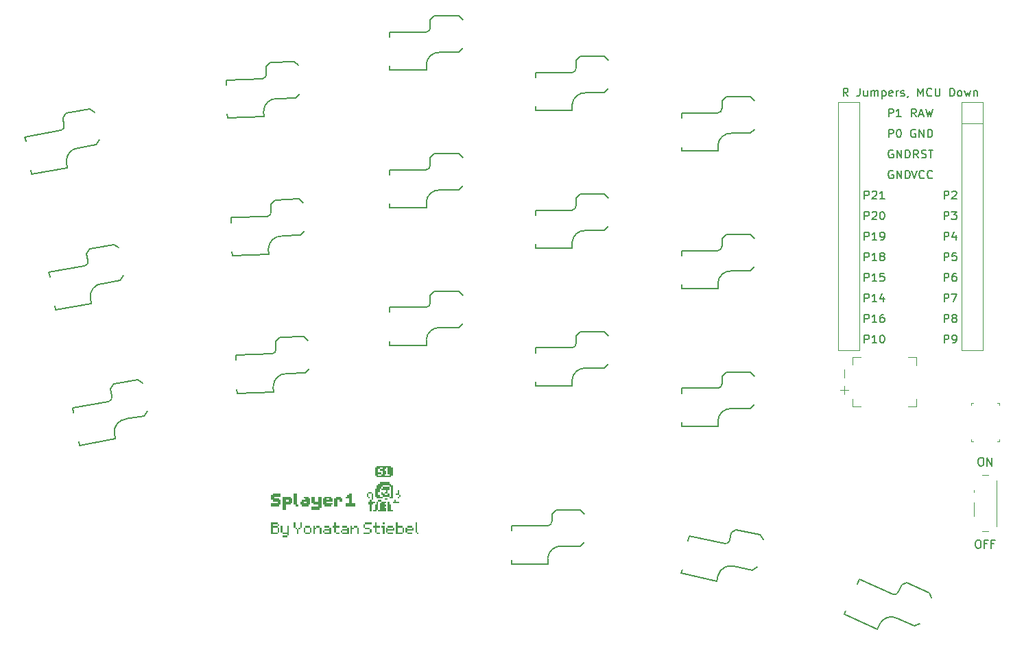
<source format=gbr>
%TF.GenerationSoftware,KiCad,Pcbnew,8.0.1*%
%TF.CreationDate,2024-04-29T16:42:10+03:00*%
%TF.ProjectId,ready_splayer_pcb,72656164-795f-4737-906c-617965725f70,v1.0.0*%
%TF.SameCoordinates,Original*%
%TF.FileFunction,Legend,Top*%
%TF.FilePolarity,Positive*%
%FSLAX46Y46*%
G04 Gerber Fmt 4.6, Leading zero omitted, Abs format (unit mm)*
G04 Created by KiCad (PCBNEW 8.0.1) date 2024-04-29 16:42:10*
%MOMM*%
%LPD*%
G01*
G04 APERTURE LIST*
%ADD10C,0.150000*%
%ADD11C,0.000000*%
%ADD12C,0.120000*%
%ADD13C,0.100000*%
G04 APERTURE END LIST*
D10*
X196434404Y-105577379D02*
X196624880Y-105577379D01*
X196624880Y-105577379D02*
X196720118Y-105624998D01*
X196720118Y-105624998D02*
X196815356Y-105720236D01*
X196815356Y-105720236D02*
X196862975Y-105910712D01*
X196862975Y-105910712D02*
X196862975Y-106244045D01*
X196862975Y-106244045D02*
X196815356Y-106434521D01*
X196815356Y-106434521D02*
X196720118Y-106529760D01*
X196720118Y-106529760D02*
X196624880Y-106577379D01*
X196624880Y-106577379D02*
X196434404Y-106577379D01*
X196434404Y-106577379D02*
X196339166Y-106529760D01*
X196339166Y-106529760D02*
X196243928Y-106434521D01*
X196243928Y-106434521D02*
X196196309Y-106244045D01*
X196196309Y-106244045D02*
X196196309Y-105910712D01*
X196196309Y-105910712D02*
X196243928Y-105720236D01*
X196243928Y-105720236D02*
X196339166Y-105624998D01*
X196339166Y-105624998D02*
X196434404Y-105577379D01*
X197291547Y-106577379D02*
X197291547Y-105577379D01*
X197291547Y-105577379D02*
X197862975Y-106577379D01*
X197862975Y-106577379D02*
X197862975Y-105577379D01*
X196101071Y-115747379D02*
X196291547Y-115747379D01*
X196291547Y-115747379D02*
X196386785Y-115794998D01*
X196386785Y-115794998D02*
X196482023Y-115890236D01*
X196482023Y-115890236D02*
X196529642Y-116080712D01*
X196529642Y-116080712D02*
X196529642Y-116414045D01*
X196529642Y-116414045D02*
X196482023Y-116604521D01*
X196482023Y-116604521D02*
X196386785Y-116699760D01*
X196386785Y-116699760D02*
X196291547Y-116747379D01*
X196291547Y-116747379D02*
X196101071Y-116747379D01*
X196101071Y-116747379D02*
X196005833Y-116699760D01*
X196005833Y-116699760D02*
X195910595Y-116604521D01*
X195910595Y-116604521D02*
X195862976Y-116414045D01*
X195862976Y-116414045D02*
X195862976Y-116080712D01*
X195862976Y-116080712D02*
X195910595Y-115890236D01*
X195910595Y-115890236D02*
X196005833Y-115794998D01*
X196005833Y-115794998D02*
X196101071Y-115747379D01*
X197291547Y-116223569D02*
X196958214Y-116223569D01*
X196958214Y-116747379D02*
X196958214Y-115747379D01*
X196958214Y-115747379D02*
X197434404Y-115747379D01*
X198148690Y-116223569D02*
X197815357Y-116223569D01*
X197815357Y-116747379D02*
X197815357Y-115747379D01*
X197815357Y-115747379D02*
X198291547Y-115747379D01*
X187942865Y-70091381D02*
X188276198Y-71091381D01*
X188276198Y-71091381D02*
X188609531Y-70091381D01*
X189514293Y-70996142D02*
X189466674Y-71043762D01*
X189466674Y-71043762D02*
X189323817Y-71091381D01*
X189323817Y-71091381D02*
X189228579Y-71091381D01*
X189228579Y-71091381D02*
X189085722Y-71043762D01*
X189085722Y-71043762D02*
X188990484Y-70948523D01*
X188990484Y-70948523D02*
X188942865Y-70853285D01*
X188942865Y-70853285D02*
X188895246Y-70662809D01*
X188895246Y-70662809D02*
X188895246Y-70519952D01*
X188895246Y-70519952D02*
X188942865Y-70329476D01*
X188942865Y-70329476D02*
X188990484Y-70234238D01*
X188990484Y-70234238D02*
X189085722Y-70139000D01*
X189085722Y-70139000D02*
X189228579Y-70091381D01*
X189228579Y-70091381D02*
X189323817Y-70091381D01*
X189323817Y-70091381D02*
X189466674Y-70139000D01*
X189466674Y-70139000D02*
X189514293Y-70186619D01*
X190514293Y-70996142D02*
X190466674Y-71043762D01*
X190466674Y-71043762D02*
X190323817Y-71091381D01*
X190323817Y-71091381D02*
X190228579Y-71091381D01*
X190228579Y-71091381D02*
X190085722Y-71043762D01*
X190085722Y-71043762D02*
X189990484Y-70948523D01*
X189990484Y-70948523D02*
X189942865Y-70853285D01*
X189942865Y-70853285D02*
X189895246Y-70662809D01*
X189895246Y-70662809D02*
X189895246Y-70519952D01*
X189895246Y-70519952D02*
X189942865Y-70329476D01*
X189942865Y-70329476D02*
X189990484Y-70234238D01*
X189990484Y-70234238D02*
X190085722Y-70139000D01*
X190085722Y-70139000D02*
X190228579Y-70091381D01*
X190228579Y-70091381D02*
X190323817Y-70091381D01*
X190323817Y-70091381D02*
X190466674Y-70139000D01*
X190466674Y-70139000D02*
X190514293Y-70186619D01*
X188514293Y-63471381D02*
X188180960Y-62995190D01*
X187942865Y-63471381D02*
X187942865Y-62471381D01*
X187942865Y-62471381D02*
X188323817Y-62471381D01*
X188323817Y-62471381D02*
X188419055Y-62519000D01*
X188419055Y-62519000D02*
X188466674Y-62566619D01*
X188466674Y-62566619D02*
X188514293Y-62661857D01*
X188514293Y-62661857D02*
X188514293Y-62804714D01*
X188514293Y-62804714D02*
X188466674Y-62899952D01*
X188466674Y-62899952D02*
X188419055Y-62947571D01*
X188419055Y-62947571D02*
X188323817Y-62995190D01*
X188323817Y-62995190D02*
X187942865Y-62995190D01*
X188895246Y-63185666D02*
X189371436Y-63185666D01*
X188800008Y-63471381D02*
X189133341Y-62471381D01*
X189133341Y-62471381D02*
X189466674Y-63471381D01*
X189704770Y-62471381D02*
X189942865Y-63471381D01*
X189942865Y-63471381D02*
X190133341Y-62757095D01*
X190133341Y-62757095D02*
X190323817Y-63471381D01*
X190323817Y-63471381D02*
X190561913Y-62471381D01*
X182140234Y-81251383D02*
X182140234Y-80251383D01*
X182140234Y-80251383D02*
X182521186Y-80251383D01*
X182521186Y-80251383D02*
X182616424Y-80299002D01*
X182616424Y-80299002D02*
X182664043Y-80346621D01*
X182664043Y-80346621D02*
X182711662Y-80441859D01*
X182711662Y-80441859D02*
X182711662Y-80584716D01*
X182711662Y-80584716D02*
X182664043Y-80679954D01*
X182664043Y-80679954D02*
X182616424Y-80727573D01*
X182616424Y-80727573D02*
X182521186Y-80775192D01*
X182521186Y-80775192D02*
X182140234Y-80775192D01*
X183664043Y-81251383D02*
X183092615Y-81251383D01*
X183378329Y-81251383D02*
X183378329Y-80251383D01*
X183378329Y-80251383D02*
X183283091Y-80394240D01*
X183283091Y-80394240D02*
X183187853Y-80489478D01*
X183187853Y-80489478D02*
X183092615Y-80537097D01*
X184235472Y-80679954D02*
X184140234Y-80632335D01*
X184140234Y-80632335D02*
X184092615Y-80584716D01*
X184092615Y-80584716D02*
X184044996Y-80489478D01*
X184044996Y-80489478D02*
X184044996Y-80441859D01*
X184044996Y-80441859D02*
X184092615Y-80346621D01*
X184092615Y-80346621D02*
X184140234Y-80299002D01*
X184140234Y-80299002D02*
X184235472Y-80251383D01*
X184235472Y-80251383D02*
X184425948Y-80251383D01*
X184425948Y-80251383D02*
X184521186Y-80299002D01*
X184521186Y-80299002D02*
X184568805Y-80346621D01*
X184568805Y-80346621D02*
X184616424Y-80441859D01*
X184616424Y-80441859D02*
X184616424Y-80489478D01*
X184616424Y-80489478D02*
X184568805Y-80584716D01*
X184568805Y-80584716D02*
X184521186Y-80632335D01*
X184521186Y-80632335D02*
X184425948Y-80679954D01*
X184425948Y-80679954D02*
X184235472Y-80679954D01*
X184235472Y-80679954D02*
X184140234Y-80727573D01*
X184140234Y-80727573D02*
X184092615Y-80775192D01*
X184092615Y-80775192D02*
X184044996Y-80870430D01*
X184044996Y-80870430D02*
X184044996Y-81060906D01*
X184044996Y-81060906D02*
X184092615Y-81156144D01*
X184092615Y-81156144D02*
X184140234Y-81203764D01*
X184140234Y-81203764D02*
X184235472Y-81251383D01*
X184235472Y-81251383D02*
X184425948Y-81251383D01*
X184425948Y-81251383D02*
X184521186Y-81203764D01*
X184521186Y-81203764D02*
X184568805Y-81156144D01*
X184568805Y-81156144D02*
X184616424Y-81060906D01*
X184616424Y-81060906D02*
X184616424Y-80870430D01*
X184616424Y-80870430D02*
X184568805Y-80775192D01*
X184568805Y-80775192D02*
X184521186Y-80727573D01*
X184521186Y-80727573D02*
X184425948Y-80679954D01*
X182140233Y-73631381D02*
X182140233Y-72631381D01*
X182140233Y-72631381D02*
X182521185Y-72631381D01*
X182521185Y-72631381D02*
X182616423Y-72679000D01*
X182616423Y-72679000D02*
X182664042Y-72726619D01*
X182664042Y-72726619D02*
X182711661Y-72821857D01*
X182711661Y-72821857D02*
X182711661Y-72964714D01*
X182711661Y-72964714D02*
X182664042Y-73059952D01*
X182664042Y-73059952D02*
X182616423Y-73107571D01*
X182616423Y-73107571D02*
X182521185Y-73155190D01*
X182521185Y-73155190D02*
X182140233Y-73155190D01*
X183092614Y-72726619D02*
X183140233Y-72679000D01*
X183140233Y-72679000D02*
X183235471Y-72631381D01*
X183235471Y-72631381D02*
X183473566Y-72631381D01*
X183473566Y-72631381D02*
X183568804Y-72679000D01*
X183568804Y-72679000D02*
X183616423Y-72726619D01*
X183616423Y-72726619D02*
X183664042Y-72821857D01*
X183664042Y-72821857D02*
X183664042Y-72917095D01*
X183664042Y-72917095D02*
X183616423Y-73059952D01*
X183616423Y-73059952D02*
X183044995Y-73631381D01*
X183044995Y-73631381D02*
X183664042Y-73631381D01*
X184616423Y-73631381D02*
X184044995Y-73631381D01*
X184330709Y-73631381D02*
X184330709Y-72631381D01*
X184330709Y-72631381D02*
X184235471Y-72774238D01*
X184235471Y-72774238D02*
X184140233Y-72869476D01*
X184140233Y-72869476D02*
X184044995Y-72917095D01*
X182140233Y-86331380D02*
X182140233Y-85331380D01*
X182140233Y-85331380D02*
X182521185Y-85331380D01*
X182521185Y-85331380D02*
X182616423Y-85378999D01*
X182616423Y-85378999D02*
X182664042Y-85426618D01*
X182664042Y-85426618D02*
X182711661Y-85521856D01*
X182711661Y-85521856D02*
X182711661Y-85664713D01*
X182711661Y-85664713D02*
X182664042Y-85759951D01*
X182664042Y-85759951D02*
X182616423Y-85807570D01*
X182616423Y-85807570D02*
X182521185Y-85855189D01*
X182521185Y-85855189D02*
X182140233Y-85855189D01*
X183664042Y-86331380D02*
X183092614Y-86331380D01*
X183378328Y-86331380D02*
X183378328Y-85331380D01*
X183378328Y-85331380D02*
X183283090Y-85474237D01*
X183283090Y-85474237D02*
X183187852Y-85569475D01*
X183187852Y-85569475D02*
X183092614Y-85617094D01*
X184521185Y-85664713D02*
X184521185Y-86331380D01*
X184283090Y-85283761D02*
X184044995Y-85998046D01*
X184044995Y-85998046D02*
X184664042Y-85998046D01*
X191990484Y-73631381D02*
X191990484Y-72631381D01*
X191990484Y-72631381D02*
X192371436Y-72631381D01*
X192371436Y-72631381D02*
X192466674Y-72679000D01*
X192466674Y-72679000D02*
X192514293Y-72726619D01*
X192514293Y-72726619D02*
X192561912Y-72821857D01*
X192561912Y-72821857D02*
X192561912Y-72964714D01*
X192561912Y-72964714D02*
X192514293Y-73059952D01*
X192514293Y-73059952D02*
X192466674Y-73107571D01*
X192466674Y-73107571D02*
X192371436Y-73155190D01*
X192371436Y-73155190D02*
X191990484Y-73155190D01*
X192942865Y-72726619D02*
X192990484Y-72679000D01*
X192990484Y-72679000D02*
X193085722Y-72631381D01*
X193085722Y-72631381D02*
X193323817Y-72631381D01*
X193323817Y-72631381D02*
X193419055Y-72679000D01*
X193419055Y-72679000D02*
X193466674Y-72726619D01*
X193466674Y-72726619D02*
X193514293Y-72821857D01*
X193514293Y-72821857D02*
X193514293Y-72917095D01*
X193514293Y-72917095D02*
X193466674Y-73059952D01*
X193466674Y-73059952D02*
X192895246Y-73631381D01*
X192895246Y-73631381D02*
X193514293Y-73631381D01*
X191990484Y-86331380D02*
X191990484Y-85331380D01*
X191990484Y-85331380D02*
X192371436Y-85331380D01*
X192371436Y-85331380D02*
X192466674Y-85378999D01*
X192466674Y-85378999D02*
X192514293Y-85426618D01*
X192514293Y-85426618D02*
X192561912Y-85521856D01*
X192561912Y-85521856D02*
X192561912Y-85664713D01*
X192561912Y-85664713D02*
X192514293Y-85759951D01*
X192514293Y-85759951D02*
X192466674Y-85807570D01*
X192466674Y-85807570D02*
X192371436Y-85855189D01*
X192371436Y-85855189D02*
X191990484Y-85855189D01*
X192895246Y-85331380D02*
X193561912Y-85331380D01*
X193561912Y-85331380D02*
X193133341Y-86331380D01*
X191990484Y-76171381D02*
X191990484Y-75171381D01*
X191990484Y-75171381D02*
X192371436Y-75171381D01*
X192371436Y-75171381D02*
X192466674Y-75219000D01*
X192466674Y-75219000D02*
X192514293Y-75266619D01*
X192514293Y-75266619D02*
X192561912Y-75361857D01*
X192561912Y-75361857D02*
X192561912Y-75504714D01*
X192561912Y-75504714D02*
X192514293Y-75599952D01*
X192514293Y-75599952D02*
X192466674Y-75647571D01*
X192466674Y-75647571D02*
X192371436Y-75695190D01*
X192371436Y-75695190D02*
X191990484Y-75695190D01*
X192895246Y-75171381D02*
X193514293Y-75171381D01*
X193514293Y-75171381D02*
X193180960Y-75552333D01*
X193180960Y-75552333D02*
X193323817Y-75552333D01*
X193323817Y-75552333D02*
X193419055Y-75599952D01*
X193419055Y-75599952D02*
X193466674Y-75647571D01*
X193466674Y-75647571D02*
X193514293Y-75742809D01*
X193514293Y-75742809D02*
X193514293Y-75980904D01*
X193514293Y-75980904D02*
X193466674Y-76076142D01*
X193466674Y-76076142D02*
X193419055Y-76123762D01*
X193419055Y-76123762D02*
X193323817Y-76171381D01*
X193323817Y-76171381D02*
X193038103Y-76171381D01*
X193038103Y-76171381D02*
X192942865Y-76123762D01*
X192942865Y-76123762D02*
X192895246Y-76076142D01*
X191990484Y-83791381D02*
X191990484Y-82791381D01*
X191990484Y-82791381D02*
X192371436Y-82791381D01*
X192371436Y-82791381D02*
X192466674Y-82839000D01*
X192466674Y-82839000D02*
X192514293Y-82886619D01*
X192514293Y-82886619D02*
X192561912Y-82981857D01*
X192561912Y-82981857D02*
X192561912Y-83124714D01*
X192561912Y-83124714D02*
X192514293Y-83219952D01*
X192514293Y-83219952D02*
X192466674Y-83267571D01*
X192466674Y-83267571D02*
X192371436Y-83315190D01*
X192371436Y-83315190D02*
X191990484Y-83315190D01*
X193419055Y-82791381D02*
X193228579Y-82791381D01*
X193228579Y-82791381D02*
X193133341Y-82839000D01*
X193133341Y-82839000D02*
X193085722Y-82886619D01*
X193085722Y-82886619D02*
X192990484Y-83029476D01*
X192990484Y-83029476D02*
X192942865Y-83219952D01*
X192942865Y-83219952D02*
X192942865Y-83600904D01*
X192942865Y-83600904D02*
X192990484Y-83696142D01*
X192990484Y-83696142D02*
X193038103Y-83743762D01*
X193038103Y-83743762D02*
X193133341Y-83791381D01*
X193133341Y-83791381D02*
X193323817Y-83791381D01*
X193323817Y-83791381D02*
X193419055Y-83743762D01*
X193419055Y-83743762D02*
X193466674Y-83696142D01*
X193466674Y-83696142D02*
X193514293Y-83600904D01*
X193514293Y-83600904D02*
X193514293Y-83362809D01*
X193514293Y-83362809D02*
X193466674Y-83267571D01*
X193466674Y-83267571D02*
X193419055Y-83219952D01*
X193419055Y-83219952D02*
X193323817Y-83172333D01*
X193323817Y-83172333D02*
X193133341Y-83172333D01*
X193133341Y-83172333D02*
X193038103Y-83219952D01*
X193038103Y-83219952D02*
X192990484Y-83267571D01*
X192990484Y-83267571D02*
X192942865Y-83362809D01*
X185664042Y-67599000D02*
X185568804Y-67551381D01*
X185568804Y-67551381D02*
X185425947Y-67551381D01*
X185425947Y-67551381D02*
X185283090Y-67599000D01*
X185283090Y-67599000D02*
X185187852Y-67694238D01*
X185187852Y-67694238D02*
X185140233Y-67789476D01*
X185140233Y-67789476D02*
X185092614Y-67979952D01*
X185092614Y-67979952D02*
X185092614Y-68122809D01*
X185092614Y-68122809D02*
X185140233Y-68313285D01*
X185140233Y-68313285D02*
X185187852Y-68408523D01*
X185187852Y-68408523D02*
X185283090Y-68503762D01*
X185283090Y-68503762D02*
X185425947Y-68551381D01*
X185425947Y-68551381D02*
X185521185Y-68551381D01*
X185521185Y-68551381D02*
X185664042Y-68503762D01*
X185664042Y-68503762D02*
X185711661Y-68456142D01*
X185711661Y-68456142D02*
X185711661Y-68122809D01*
X185711661Y-68122809D02*
X185521185Y-68122809D01*
X186140233Y-68551381D02*
X186140233Y-67551381D01*
X186140233Y-67551381D02*
X186711661Y-68551381D01*
X186711661Y-68551381D02*
X186711661Y-67551381D01*
X187187852Y-68551381D02*
X187187852Y-67551381D01*
X187187852Y-67551381D02*
X187425947Y-67551381D01*
X187425947Y-67551381D02*
X187568804Y-67599000D01*
X187568804Y-67599000D02*
X187664042Y-67694238D01*
X187664042Y-67694238D02*
X187711661Y-67789476D01*
X187711661Y-67789476D02*
X187759280Y-67979952D01*
X187759280Y-67979952D02*
X187759280Y-68122809D01*
X187759280Y-68122809D02*
X187711661Y-68313285D01*
X187711661Y-68313285D02*
X187664042Y-68408523D01*
X187664042Y-68408523D02*
X187568804Y-68503762D01*
X187568804Y-68503762D02*
X187425947Y-68551381D01*
X187425947Y-68551381D02*
X187187852Y-68551381D01*
X191990484Y-78711381D02*
X191990484Y-77711381D01*
X191990484Y-77711381D02*
X192371436Y-77711381D01*
X192371436Y-77711381D02*
X192466674Y-77759000D01*
X192466674Y-77759000D02*
X192514293Y-77806619D01*
X192514293Y-77806619D02*
X192561912Y-77901857D01*
X192561912Y-77901857D02*
X192561912Y-78044714D01*
X192561912Y-78044714D02*
X192514293Y-78139952D01*
X192514293Y-78139952D02*
X192466674Y-78187571D01*
X192466674Y-78187571D02*
X192371436Y-78235190D01*
X192371436Y-78235190D02*
X191990484Y-78235190D01*
X193419055Y-78044714D02*
X193419055Y-78711381D01*
X193180960Y-77663762D02*
X192942865Y-78378047D01*
X192942865Y-78378047D02*
X193561912Y-78378047D01*
X182140234Y-83791381D02*
X182140234Y-82791381D01*
X182140234Y-82791381D02*
X182521186Y-82791381D01*
X182521186Y-82791381D02*
X182616424Y-82839000D01*
X182616424Y-82839000D02*
X182664043Y-82886619D01*
X182664043Y-82886619D02*
X182711662Y-82981857D01*
X182711662Y-82981857D02*
X182711662Y-83124714D01*
X182711662Y-83124714D02*
X182664043Y-83219952D01*
X182664043Y-83219952D02*
X182616424Y-83267571D01*
X182616424Y-83267571D02*
X182521186Y-83315190D01*
X182521186Y-83315190D02*
X182140234Y-83315190D01*
X183664043Y-83791381D02*
X183092615Y-83791381D01*
X183378329Y-83791381D02*
X183378329Y-82791381D01*
X183378329Y-82791381D02*
X183283091Y-82934238D01*
X183283091Y-82934238D02*
X183187853Y-83029476D01*
X183187853Y-83029476D02*
X183092615Y-83077095D01*
X184568805Y-82791381D02*
X184092615Y-82791381D01*
X184092615Y-82791381D02*
X184044996Y-83267571D01*
X184044996Y-83267571D02*
X184092615Y-83219952D01*
X184092615Y-83219952D02*
X184187853Y-83172333D01*
X184187853Y-83172333D02*
X184425948Y-83172333D01*
X184425948Y-83172333D02*
X184521186Y-83219952D01*
X184521186Y-83219952D02*
X184568805Y-83267571D01*
X184568805Y-83267571D02*
X184616424Y-83362809D01*
X184616424Y-83362809D02*
X184616424Y-83600904D01*
X184616424Y-83600904D02*
X184568805Y-83696142D01*
X184568805Y-83696142D02*
X184521186Y-83743762D01*
X184521186Y-83743762D02*
X184425948Y-83791381D01*
X184425948Y-83791381D02*
X184187853Y-83791381D01*
X184187853Y-83791381D02*
X184092615Y-83743762D01*
X184092615Y-83743762D02*
X184044996Y-83696142D01*
X188419055Y-65059000D02*
X188323817Y-65011381D01*
X188323817Y-65011381D02*
X188180960Y-65011381D01*
X188180960Y-65011381D02*
X188038103Y-65059000D01*
X188038103Y-65059000D02*
X187942865Y-65154238D01*
X187942865Y-65154238D02*
X187895246Y-65249476D01*
X187895246Y-65249476D02*
X187847627Y-65439952D01*
X187847627Y-65439952D02*
X187847627Y-65582809D01*
X187847627Y-65582809D02*
X187895246Y-65773285D01*
X187895246Y-65773285D02*
X187942865Y-65868523D01*
X187942865Y-65868523D02*
X188038103Y-65963762D01*
X188038103Y-65963762D02*
X188180960Y-66011381D01*
X188180960Y-66011381D02*
X188276198Y-66011381D01*
X188276198Y-66011381D02*
X188419055Y-65963762D01*
X188419055Y-65963762D02*
X188466674Y-65916142D01*
X188466674Y-65916142D02*
X188466674Y-65582809D01*
X188466674Y-65582809D02*
X188276198Y-65582809D01*
X188895246Y-66011381D02*
X188895246Y-65011381D01*
X188895246Y-65011381D02*
X189466674Y-66011381D01*
X189466674Y-66011381D02*
X189466674Y-65011381D01*
X189942865Y-66011381D02*
X189942865Y-65011381D01*
X189942865Y-65011381D02*
X190180960Y-65011381D01*
X190180960Y-65011381D02*
X190323817Y-65059000D01*
X190323817Y-65059000D02*
X190419055Y-65154238D01*
X190419055Y-65154238D02*
X190466674Y-65249476D01*
X190466674Y-65249476D02*
X190514293Y-65439952D01*
X190514293Y-65439952D02*
X190514293Y-65582809D01*
X190514293Y-65582809D02*
X190466674Y-65773285D01*
X190466674Y-65773285D02*
X190419055Y-65868523D01*
X190419055Y-65868523D02*
X190323817Y-65963762D01*
X190323817Y-65963762D02*
X190180960Y-66011381D01*
X190180960Y-66011381D02*
X189942865Y-66011381D01*
X191990484Y-81251381D02*
X191990484Y-80251381D01*
X191990484Y-80251381D02*
X192371436Y-80251381D01*
X192371436Y-80251381D02*
X192466674Y-80299000D01*
X192466674Y-80299000D02*
X192514293Y-80346619D01*
X192514293Y-80346619D02*
X192561912Y-80441857D01*
X192561912Y-80441857D02*
X192561912Y-80584714D01*
X192561912Y-80584714D02*
X192514293Y-80679952D01*
X192514293Y-80679952D02*
X192466674Y-80727571D01*
X192466674Y-80727571D02*
X192371436Y-80775190D01*
X192371436Y-80775190D02*
X191990484Y-80775190D01*
X193466674Y-80251381D02*
X192990484Y-80251381D01*
X192990484Y-80251381D02*
X192942865Y-80727571D01*
X192942865Y-80727571D02*
X192990484Y-80679952D01*
X192990484Y-80679952D02*
X193085722Y-80632333D01*
X193085722Y-80632333D02*
X193323817Y-80632333D01*
X193323817Y-80632333D02*
X193419055Y-80679952D01*
X193419055Y-80679952D02*
X193466674Y-80727571D01*
X193466674Y-80727571D02*
X193514293Y-80822809D01*
X193514293Y-80822809D02*
X193514293Y-81060904D01*
X193514293Y-81060904D02*
X193466674Y-81156142D01*
X193466674Y-81156142D02*
X193419055Y-81203762D01*
X193419055Y-81203762D02*
X193323817Y-81251381D01*
X193323817Y-81251381D02*
X193085722Y-81251381D01*
X193085722Y-81251381D02*
X192990484Y-81203762D01*
X192990484Y-81203762D02*
X192942865Y-81156142D01*
X180112977Y-60926381D02*
X179779644Y-60450190D01*
X179541549Y-60926381D02*
X179541549Y-59926381D01*
X179541549Y-59926381D02*
X179922501Y-59926381D01*
X179922501Y-59926381D02*
X180017739Y-59974000D01*
X180017739Y-59974000D02*
X180065358Y-60021619D01*
X180065358Y-60021619D02*
X180112977Y-60116857D01*
X180112977Y-60116857D02*
X180112977Y-60259714D01*
X180112977Y-60259714D02*
X180065358Y-60354952D01*
X180065358Y-60354952D02*
X180017739Y-60402571D01*
X180017739Y-60402571D02*
X179922501Y-60450190D01*
X179922501Y-60450190D02*
X179541549Y-60450190D01*
X181589168Y-59926381D02*
X181589168Y-60640666D01*
X181589168Y-60640666D02*
X181541549Y-60783523D01*
X181541549Y-60783523D02*
X181446311Y-60878762D01*
X181446311Y-60878762D02*
X181303454Y-60926381D01*
X181303454Y-60926381D02*
X181208216Y-60926381D01*
X182493930Y-60259714D02*
X182493930Y-60926381D01*
X182065359Y-60259714D02*
X182065359Y-60783523D01*
X182065359Y-60783523D02*
X182112978Y-60878762D01*
X182112978Y-60878762D02*
X182208216Y-60926381D01*
X182208216Y-60926381D02*
X182351073Y-60926381D01*
X182351073Y-60926381D02*
X182446311Y-60878762D01*
X182446311Y-60878762D02*
X182493930Y-60831142D01*
X182970121Y-60926381D02*
X182970121Y-60259714D01*
X182970121Y-60354952D02*
X183017740Y-60307333D01*
X183017740Y-60307333D02*
X183112978Y-60259714D01*
X183112978Y-60259714D02*
X183255835Y-60259714D01*
X183255835Y-60259714D02*
X183351073Y-60307333D01*
X183351073Y-60307333D02*
X183398692Y-60402571D01*
X183398692Y-60402571D02*
X183398692Y-60926381D01*
X183398692Y-60402571D02*
X183446311Y-60307333D01*
X183446311Y-60307333D02*
X183541549Y-60259714D01*
X183541549Y-60259714D02*
X183684406Y-60259714D01*
X183684406Y-60259714D02*
X183779645Y-60307333D01*
X183779645Y-60307333D02*
X183827264Y-60402571D01*
X183827264Y-60402571D02*
X183827264Y-60926381D01*
X184303454Y-60259714D02*
X184303454Y-61259714D01*
X184303454Y-60307333D02*
X184398692Y-60259714D01*
X184398692Y-60259714D02*
X184589168Y-60259714D01*
X184589168Y-60259714D02*
X184684406Y-60307333D01*
X184684406Y-60307333D02*
X184732025Y-60354952D01*
X184732025Y-60354952D02*
X184779644Y-60450190D01*
X184779644Y-60450190D02*
X184779644Y-60735904D01*
X184779644Y-60735904D02*
X184732025Y-60831142D01*
X184732025Y-60831142D02*
X184684406Y-60878762D01*
X184684406Y-60878762D02*
X184589168Y-60926381D01*
X184589168Y-60926381D02*
X184398692Y-60926381D01*
X184398692Y-60926381D02*
X184303454Y-60878762D01*
X185589168Y-60878762D02*
X185493930Y-60926381D01*
X185493930Y-60926381D02*
X185303454Y-60926381D01*
X185303454Y-60926381D02*
X185208216Y-60878762D01*
X185208216Y-60878762D02*
X185160597Y-60783523D01*
X185160597Y-60783523D02*
X185160597Y-60402571D01*
X185160597Y-60402571D02*
X185208216Y-60307333D01*
X185208216Y-60307333D02*
X185303454Y-60259714D01*
X185303454Y-60259714D02*
X185493930Y-60259714D01*
X185493930Y-60259714D02*
X185589168Y-60307333D01*
X185589168Y-60307333D02*
X185636787Y-60402571D01*
X185636787Y-60402571D02*
X185636787Y-60497809D01*
X185636787Y-60497809D02*
X185160597Y-60593047D01*
X186065359Y-60926381D02*
X186065359Y-60259714D01*
X186065359Y-60450190D02*
X186112978Y-60354952D01*
X186112978Y-60354952D02*
X186160597Y-60307333D01*
X186160597Y-60307333D02*
X186255835Y-60259714D01*
X186255835Y-60259714D02*
X186351073Y-60259714D01*
X186636788Y-60878762D02*
X186732026Y-60926381D01*
X186732026Y-60926381D02*
X186922502Y-60926381D01*
X186922502Y-60926381D02*
X187017740Y-60878762D01*
X187017740Y-60878762D02*
X187065359Y-60783523D01*
X187065359Y-60783523D02*
X187065359Y-60735904D01*
X187065359Y-60735904D02*
X187017740Y-60640666D01*
X187017740Y-60640666D02*
X186922502Y-60593047D01*
X186922502Y-60593047D02*
X186779645Y-60593047D01*
X186779645Y-60593047D02*
X186684407Y-60545428D01*
X186684407Y-60545428D02*
X186636788Y-60450190D01*
X186636788Y-60450190D02*
X186636788Y-60402571D01*
X186636788Y-60402571D02*
X186684407Y-60307333D01*
X186684407Y-60307333D02*
X186779645Y-60259714D01*
X186779645Y-60259714D02*
X186922502Y-60259714D01*
X186922502Y-60259714D02*
X187017740Y-60307333D01*
X187541550Y-60878762D02*
X187541550Y-60926381D01*
X187541550Y-60926381D02*
X187493931Y-61021619D01*
X187493931Y-61021619D02*
X187446312Y-61069238D01*
X188732026Y-60926381D02*
X188732026Y-59926381D01*
X188732026Y-59926381D02*
X189065359Y-60640666D01*
X189065359Y-60640666D02*
X189398692Y-59926381D01*
X189398692Y-59926381D02*
X189398692Y-60926381D01*
X190446311Y-60831142D02*
X190398692Y-60878762D01*
X190398692Y-60878762D02*
X190255835Y-60926381D01*
X190255835Y-60926381D02*
X190160597Y-60926381D01*
X190160597Y-60926381D02*
X190017740Y-60878762D01*
X190017740Y-60878762D02*
X189922502Y-60783523D01*
X189922502Y-60783523D02*
X189874883Y-60688285D01*
X189874883Y-60688285D02*
X189827264Y-60497809D01*
X189827264Y-60497809D02*
X189827264Y-60354952D01*
X189827264Y-60354952D02*
X189874883Y-60164476D01*
X189874883Y-60164476D02*
X189922502Y-60069238D01*
X189922502Y-60069238D02*
X190017740Y-59974000D01*
X190017740Y-59974000D02*
X190160597Y-59926381D01*
X190160597Y-59926381D02*
X190255835Y-59926381D01*
X190255835Y-59926381D02*
X190398692Y-59974000D01*
X190398692Y-59974000D02*
X190446311Y-60021619D01*
X190874883Y-59926381D02*
X190874883Y-60735904D01*
X190874883Y-60735904D02*
X190922502Y-60831142D01*
X190922502Y-60831142D02*
X190970121Y-60878762D01*
X190970121Y-60878762D02*
X191065359Y-60926381D01*
X191065359Y-60926381D02*
X191255835Y-60926381D01*
X191255835Y-60926381D02*
X191351073Y-60878762D01*
X191351073Y-60878762D02*
X191398692Y-60831142D01*
X191398692Y-60831142D02*
X191446311Y-60735904D01*
X191446311Y-60735904D02*
X191446311Y-59926381D01*
X192684407Y-60926381D02*
X192684407Y-59926381D01*
X192684407Y-59926381D02*
X192922502Y-59926381D01*
X192922502Y-59926381D02*
X193065359Y-59974000D01*
X193065359Y-59974000D02*
X193160597Y-60069238D01*
X193160597Y-60069238D02*
X193208216Y-60164476D01*
X193208216Y-60164476D02*
X193255835Y-60354952D01*
X193255835Y-60354952D02*
X193255835Y-60497809D01*
X193255835Y-60497809D02*
X193208216Y-60688285D01*
X193208216Y-60688285D02*
X193160597Y-60783523D01*
X193160597Y-60783523D02*
X193065359Y-60878762D01*
X193065359Y-60878762D02*
X192922502Y-60926381D01*
X192922502Y-60926381D02*
X192684407Y-60926381D01*
X193827264Y-60926381D02*
X193732026Y-60878762D01*
X193732026Y-60878762D02*
X193684407Y-60831142D01*
X193684407Y-60831142D02*
X193636788Y-60735904D01*
X193636788Y-60735904D02*
X193636788Y-60450190D01*
X193636788Y-60450190D02*
X193684407Y-60354952D01*
X193684407Y-60354952D02*
X193732026Y-60307333D01*
X193732026Y-60307333D02*
X193827264Y-60259714D01*
X193827264Y-60259714D02*
X193970121Y-60259714D01*
X193970121Y-60259714D02*
X194065359Y-60307333D01*
X194065359Y-60307333D02*
X194112978Y-60354952D01*
X194112978Y-60354952D02*
X194160597Y-60450190D01*
X194160597Y-60450190D02*
X194160597Y-60735904D01*
X194160597Y-60735904D02*
X194112978Y-60831142D01*
X194112978Y-60831142D02*
X194065359Y-60878762D01*
X194065359Y-60878762D02*
X193970121Y-60926381D01*
X193970121Y-60926381D02*
X193827264Y-60926381D01*
X194493931Y-60259714D02*
X194684407Y-60926381D01*
X194684407Y-60926381D02*
X194874883Y-60450190D01*
X194874883Y-60450190D02*
X195065359Y-60926381D01*
X195065359Y-60926381D02*
X195255835Y-60259714D01*
X195636788Y-60259714D02*
X195636788Y-60926381D01*
X195636788Y-60354952D02*
X195684407Y-60307333D01*
X195684407Y-60307333D02*
X195779645Y-60259714D01*
X195779645Y-60259714D02*
X195922502Y-60259714D01*
X195922502Y-60259714D02*
X196017740Y-60307333D01*
X196017740Y-60307333D02*
X196065359Y-60402571D01*
X196065359Y-60402571D02*
X196065359Y-60926381D01*
X191990483Y-91411381D02*
X191990483Y-90411381D01*
X191990483Y-90411381D02*
X192371435Y-90411381D01*
X192371435Y-90411381D02*
X192466673Y-90459000D01*
X192466673Y-90459000D02*
X192514292Y-90506619D01*
X192514292Y-90506619D02*
X192561911Y-90601857D01*
X192561911Y-90601857D02*
X192561911Y-90744714D01*
X192561911Y-90744714D02*
X192514292Y-90839952D01*
X192514292Y-90839952D02*
X192466673Y-90887571D01*
X192466673Y-90887571D02*
X192371435Y-90935190D01*
X192371435Y-90935190D02*
X191990483Y-90935190D01*
X193038102Y-91411381D02*
X193228578Y-91411381D01*
X193228578Y-91411381D02*
X193323816Y-91363762D01*
X193323816Y-91363762D02*
X193371435Y-91316142D01*
X193371435Y-91316142D02*
X193466673Y-91173285D01*
X193466673Y-91173285D02*
X193514292Y-90982809D01*
X193514292Y-90982809D02*
X193514292Y-90601857D01*
X193514292Y-90601857D02*
X193466673Y-90506619D01*
X193466673Y-90506619D02*
X193419054Y-90459000D01*
X193419054Y-90459000D02*
X193323816Y-90411381D01*
X193323816Y-90411381D02*
X193133340Y-90411381D01*
X193133340Y-90411381D02*
X193038102Y-90459000D01*
X193038102Y-90459000D02*
X192990483Y-90506619D01*
X192990483Y-90506619D02*
X192942864Y-90601857D01*
X192942864Y-90601857D02*
X192942864Y-90839952D01*
X192942864Y-90839952D02*
X192990483Y-90935190D01*
X192990483Y-90935190D02*
X193038102Y-90982809D01*
X193038102Y-90982809D02*
X193133340Y-91030428D01*
X193133340Y-91030428D02*
X193323816Y-91030428D01*
X193323816Y-91030428D02*
X193419054Y-90982809D01*
X193419054Y-90982809D02*
X193466673Y-90935190D01*
X193466673Y-90935190D02*
X193514292Y-90839952D01*
X182140233Y-88871381D02*
X182140233Y-87871381D01*
X182140233Y-87871381D02*
X182521185Y-87871381D01*
X182521185Y-87871381D02*
X182616423Y-87919000D01*
X182616423Y-87919000D02*
X182664042Y-87966619D01*
X182664042Y-87966619D02*
X182711661Y-88061857D01*
X182711661Y-88061857D02*
X182711661Y-88204714D01*
X182711661Y-88204714D02*
X182664042Y-88299952D01*
X182664042Y-88299952D02*
X182616423Y-88347571D01*
X182616423Y-88347571D02*
X182521185Y-88395190D01*
X182521185Y-88395190D02*
X182140233Y-88395190D01*
X183664042Y-88871381D02*
X183092614Y-88871381D01*
X183378328Y-88871381D02*
X183378328Y-87871381D01*
X183378328Y-87871381D02*
X183283090Y-88014238D01*
X183283090Y-88014238D02*
X183187852Y-88109476D01*
X183187852Y-88109476D02*
X183092614Y-88157095D01*
X184521185Y-87871381D02*
X184330709Y-87871381D01*
X184330709Y-87871381D02*
X184235471Y-87919000D01*
X184235471Y-87919000D02*
X184187852Y-87966619D01*
X184187852Y-87966619D02*
X184092614Y-88109476D01*
X184092614Y-88109476D02*
X184044995Y-88299952D01*
X184044995Y-88299952D02*
X184044995Y-88680904D01*
X184044995Y-88680904D02*
X184092614Y-88776142D01*
X184092614Y-88776142D02*
X184140233Y-88823762D01*
X184140233Y-88823762D02*
X184235471Y-88871381D01*
X184235471Y-88871381D02*
X184425947Y-88871381D01*
X184425947Y-88871381D02*
X184521185Y-88823762D01*
X184521185Y-88823762D02*
X184568804Y-88776142D01*
X184568804Y-88776142D02*
X184616423Y-88680904D01*
X184616423Y-88680904D02*
X184616423Y-88442809D01*
X184616423Y-88442809D02*
X184568804Y-88347571D01*
X184568804Y-88347571D02*
X184521185Y-88299952D01*
X184521185Y-88299952D02*
X184425947Y-88252333D01*
X184425947Y-88252333D02*
X184235471Y-88252333D01*
X184235471Y-88252333D02*
X184140233Y-88299952D01*
X184140233Y-88299952D02*
X184092614Y-88347571D01*
X184092614Y-88347571D02*
X184044995Y-88442809D01*
X185140233Y-66011379D02*
X185140233Y-65011379D01*
X185140233Y-65011379D02*
X185521185Y-65011379D01*
X185521185Y-65011379D02*
X185616423Y-65058998D01*
X185616423Y-65058998D02*
X185664042Y-65106617D01*
X185664042Y-65106617D02*
X185711661Y-65201855D01*
X185711661Y-65201855D02*
X185711661Y-65344712D01*
X185711661Y-65344712D02*
X185664042Y-65439950D01*
X185664042Y-65439950D02*
X185616423Y-65487569D01*
X185616423Y-65487569D02*
X185521185Y-65535188D01*
X185521185Y-65535188D02*
X185140233Y-65535188D01*
X186330709Y-65011379D02*
X186425947Y-65011379D01*
X186425947Y-65011379D02*
X186521185Y-65058998D01*
X186521185Y-65058998D02*
X186568804Y-65106617D01*
X186568804Y-65106617D02*
X186616423Y-65201855D01*
X186616423Y-65201855D02*
X186664042Y-65392331D01*
X186664042Y-65392331D02*
X186664042Y-65630426D01*
X186664042Y-65630426D02*
X186616423Y-65820902D01*
X186616423Y-65820902D02*
X186568804Y-65916140D01*
X186568804Y-65916140D02*
X186521185Y-65963760D01*
X186521185Y-65963760D02*
X186425947Y-66011379D01*
X186425947Y-66011379D02*
X186330709Y-66011379D01*
X186330709Y-66011379D02*
X186235471Y-65963760D01*
X186235471Y-65963760D02*
X186187852Y-65916140D01*
X186187852Y-65916140D02*
X186140233Y-65820902D01*
X186140233Y-65820902D02*
X186092614Y-65630426D01*
X186092614Y-65630426D02*
X186092614Y-65392331D01*
X186092614Y-65392331D02*
X186140233Y-65201855D01*
X186140233Y-65201855D02*
X186187852Y-65106617D01*
X186187852Y-65106617D02*
X186235471Y-65058998D01*
X186235471Y-65058998D02*
X186330709Y-65011379D01*
X182140233Y-91411382D02*
X182140233Y-90411382D01*
X182140233Y-90411382D02*
X182521185Y-90411382D01*
X182521185Y-90411382D02*
X182616423Y-90459001D01*
X182616423Y-90459001D02*
X182664042Y-90506620D01*
X182664042Y-90506620D02*
X182711661Y-90601858D01*
X182711661Y-90601858D02*
X182711661Y-90744715D01*
X182711661Y-90744715D02*
X182664042Y-90839953D01*
X182664042Y-90839953D02*
X182616423Y-90887572D01*
X182616423Y-90887572D02*
X182521185Y-90935191D01*
X182521185Y-90935191D02*
X182140233Y-90935191D01*
X183664042Y-91411382D02*
X183092614Y-91411382D01*
X183378328Y-91411382D02*
X183378328Y-90411382D01*
X183378328Y-90411382D02*
X183283090Y-90554239D01*
X183283090Y-90554239D02*
X183187852Y-90649477D01*
X183187852Y-90649477D02*
X183092614Y-90697096D01*
X184283090Y-90411382D02*
X184378328Y-90411382D01*
X184378328Y-90411382D02*
X184473566Y-90459001D01*
X184473566Y-90459001D02*
X184521185Y-90506620D01*
X184521185Y-90506620D02*
X184568804Y-90601858D01*
X184568804Y-90601858D02*
X184616423Y-90792334D01*
X184616423Y-90792334D02*
X184616423Y-91030429D01*
X184616423Y-91030429D02*
X184568804Y-91220905D01*
X184568804Y-91220905D02*
X184521185Y-91316143D01*
X184521185Y-91316143D02*
X184473566Y-91363763D01*
X184473566Y-91363763D02*
X184378328Y-91411382D01*
X184378328Y-91411382D02*
X184283090Y-91411382D01*
X184283090Y-91411382D02*
X184187852Y-91363763D01*
X184187852Y-91363763D02*
X184140233Y-91316143D01*
X184140233Y-91316143D02*
X184092614Y-91220905D01*
X184092614Y-91220905D02*
X184044995Y-91030429D01*
X184044995Y-91030429D02*
X184044995Y-90792334D01*
X184044995Y-90792334D02*
X184092614Y-90601858D01*
X184092614Y-90601858D02*
X184140233Y-90506620D01*
X184140233Y-90506620D02*
X184187852Y-90459001D01*
X184187852Y-90459001D02*
X184283090Y-90411382D01*
X185664042Y-70139000D02*
X185568804Y-70091381D01*
X185568804Y-70091381D02*
X185425947Y-70091381D01*
X185425947Y-70091381D02*
X185283090Y-70139000D01*
X185283090Y-70139000D02*
X185187852Y-70234238D01*
X185187852Y-70234238D02*
X185140233Y-70329476D01*
X185140233Y-70329476D02*
X185092614Y-70519952D01*
X185092614Y-70519952D02*
X185092614Y-70662809D01*
X185092614Y-70662809D02*
X185140233Y-70853285D01*
X185140233Y-70853285D02*
X185187852Y-70948523D01*
X185187852Y-70948523D02*
X185283090Y-71043762D01*
X185283090Y-71043762D02*
X185425947Y-71091381D01*
X185425947Y-71091381D02*
X185521185Y-71091381D01*
X185521185Y-71091381D02*
X185664042Y-71043762D01*
X185664042Y-71043762D02*
X185711661Y-70996142D01*
X185711661Y-70996142D02*
X185711661Y-70662809D01*
X185711661Y-70662809D02*
X185521185Y-70662809D01*
X186140233Y-71091381D02*
X186140233Y-70091381D01*
X186140233Y-70091381D02*
X186711661Y-71091381D01*
X186711661Y-71091381D02*
X186711661Y-70091381D01*
X187187852Y-71091381D02*
X187187852Y-70091381D01*
X187187852Y-70091381D02*
X187425947Y-70091381D01*
X187425947Y-70091381D02*
X187568804Y-70139000D01*
X187568804Y-70139000D02*
X187664042Y-70234238D01*
X187664042Y-70234238D02*
X187711661Y-70329476D01*
X187711661Y-70329476D02*
X187759280Y-70519952D01*
X187759280Y-70519952D02*
X187759280Y-70662809D01*
X187759280Y-70662809D02*
X187711661Y-70853285D01*
X187711661Y-70853285D02*
X187664042Y-70948523D01*
X187664042Y-70948523D02*
X187568804Y-71043762D01*
X187568804Y-71043762D02*
X187425947Y-71091381D01*
X187425947Y-71091381D02*
X187187852Y-71091381D01*
X182140233Y-76171381D02*
X182140233Y-75171381D01*
X182140233Y-75171381D02*
X182521185Y-75171381D01*
X182521185Y-75171381D02*
X182616423Y-75219000D01*
X182616423Y-75219000D02*
X182664042Y-75266619D01*
X182664042Y-75266619D02*
X182711661Y-75361857D01*
X182711661Y-75361857D02*
X182711661Y-75504714D01*
X182711661Y-75504714D02*
X182664042Y-75599952D01*
X182664042Y-75599952D02*
X182616423Y-75647571D01*
X182616423Y-75647571D02*
X182521185Y-75695190D01*
X182521185Y-75695190D02*
X182140233Y-75695190D01*
X183092614Y-75266619D02*
X183140233Y-75219000D01*
X183140233Y-75219000D02*
X183235471Y-75171381D01*
X183235471Y-75171381D02*
X183473566Y-75171381D01*
X183473566Y-75171381D02*
X183568804Y-75219000D01*
X183568804Y-75219000D02*
X183616423Y-75266619D01*
X183616423Y-75266619D02*
X183664042Y-75361857D01*
X183664042Y-75361857D02*
X183664042Y-75457095D01*
X183664042Y-75457095D02*
X183616423Y-75599952D01*
X183616423Y-75599952D02*
X183044995Y-76171381D01*
X183044995Y-76171381D02*
X183664042Y-76171381D01*
X184283090Y-75171381D02*
X184378328Y-75171381D01*
X184378328Y-75171381D02*
X184473566Y-75219000D01*
X184473566Y-75219000D02*
X184521185Y-75266619D01*
X184521185Y-75266619D02*
X184568804Y-75361857D01*
X184568804Y-75361857D02*
X184616423Y-75552333D01*
X184616423Y-75552333D02*
X184616423Y-75790428D01*
X184616423Y-75790428D02*
X184568804Y-75980904D01*
X184568804Y-75980904D02*
X184521185Y-76076142D01*
X184521185Y-76076142D02*
X184473566Y-76123762D01*
X184473566Y-76123762D02*
X184378328Y-76171381D01*
X184378328Y-76171381D02*
X184283090Y-76171381D01*
X184283090Y-76171381D02*
X184187852Y-76123762D01*
X184187852Y-76123762D02*
X184140233Y-76076142D01*
X184140233Y-76076142D02*
X184092614Y-75980904D01*
X184092614Y-75980904D02*
X184044995Y-75790428D01*
X184044995Y-75790428D02*
X184044995Y-75552333D01*
X184044995Y-75552333D02*
X184092614Y-75361857D01*
X184092614Y-75361857D02*
X184140233Y-75266619D01*
X184140233Y-75266619D02*
X184187852Y-75219000D01*
X184187852Y-75219000D02*
X184283090Y-75171381D01*
X185140233Y-63471382D02*
X185140233Y-62471382D01*
X185140233Y-62471382D02*
X185521185Y-62471382D01*
X185521185Y-62471382D02*
X185616423Y-62519001D01*
X185616423Y-62519001D02*
X185664042Y-62566620D01*
X185664042Y-62566620D02*
X185711661Y-62661858D01*
X185711661Y-62661858D02*
X185711661Y-62804715D01*
X185711661Y-62804715D02*
X185664042Y-62899953D01*
X185664042Y-62899953D02*
X185616423Y-62947572D01*
X185616423Y-62947572D02*
X185521185Y-62995191D01*
X185521185Y-62995191D02*
X185140233Y-62995191D01*
X186664042Y-63471382D02*
X186092614Y-63471382D01*
X186378328Y-63471382D02*
X186378328Y-62471382D01*
X186378328Y-62471382D02*
X186283090Y-62614239D01*
X186283090Y-62614239D02*
X186187852Y-62709477D01*
X186187852Y-62709477D02*
X186092614Y-62757096D01*
X191990484Y-88871381D02*
X191990484Y-87871381D01*
X191990484Y-87871381D02*
X192371436Y-87871381D01*
X192371436Y-87871381D02*
X192466674Y-87919000D01*
X192466674Y-87919000D02*
X192514293Y-87966619D01*
X192514293Y-87966619D02*
X192561912Y-88061857D01*
X192561912Y-88061857D02*
X192561912Y-88204714D01*
X192561912Y-88204714D02*
X192514293Y-88299952D01*
X192514293Y-88299952D02*
X192466674Y-88347571D01*
X192466674Y-88347571D02*
X192371436Y-88395190D01*
X192371436Y-88395190D02*
X191990484Y-88395190D01*
X193133341Y-88299952D02*
X193038103Y-88252333D01*
X193038103Y-88252333D02*
X192990484Y-88204714D01*
X192990484Y-88204714D02*
X192942865Y-88109476D01*
X192942865Y-88109476D02*
X192942865Y-88061857D01*
X192942865Y-88061857D02*
X192990484Y-87966619D01*
X192990484Y-87966619D02*
X193038103Y-87919000D01*
X193038103Y-87919000D02*
X193133341Y-87871381D01*
X193133341Y-87871381D02*
X193323817Y-87871381D01*
X193323817Y-87871381D02*
X193419055Y-87919000D01*
X193419055Y-87919000D02*
X193466674Y-87966619D01*
X193466674Y-87966619D02*
X193514293Y-88061857D01*
X193514293Y-88061857D02*
X193514293Y-88109476D01*
X193514293Y-88109476D02*
X193466674Y-88204714D01*
X193466674Y-88204714D02*
X193419055Y-88252333D01*
X193419055Y-88252333D02*
X193323817Y-88299952D01*
X193323817Y-88299952D02*
X193133341Y-88299952D01*
X193133341Y-88299952D02*
X193038103Y-88347571D01*
X193038103Y-88347571D02*
X192990484Y-88395190D01*
X192990484Y-88395190D02*
X192942865Y-88490428D01*
X192942865Y-88490428D02*
X192942865Y-88680904D01*
X192942865Y-88680904D02*
X192990484Y-88776142D01*
X192990484Y-88776142D02*
X193038103Y-88823762D01*
X193038103Y-88823762D02*
X193133341Y-88871381D01*
X193133341Y-88871381D02*
X193323817Y-88871381D01*
X193323817Y-88871381D02*
X193419055Y-88823762D01*
X193419055Y-88823762D02*
X193466674Y-88776142D01*
X193466674Y-88776142D02*
X193514293Y-88680904D01*
X193514293Y-88680904D02*
X193514293Y-88490428D01*
X193514293Y-88490428D02*
X193466674Y-88395190D01*
X193466674Y-88395190D02*
X193419055Y-88347571D01*
X193419055Y-88347571D02*
X193323817Y-88299952D01*
X182140233Y-78711381D02*
X182140233Y-77711381D01*
X182140233Y-77711381D02*
X182521185Y-77711381D01*
X182521185Y-77711381D02*
X182616423Y-77759000D01*
X182616423Y-77759000D02*
X182664042Y-77806619D01*
X182664042Y-77806619D02*
X182711661Y-77901857D01*
X182711661Y-77901857D02*
X182711661Y-78044714D01*
X182711661Y-78044714D02*
X182664042Y-78139952D01*
X182664042Y-78139952D02*
X182616423Y-78187571D01*
X182616423Y-78187571D02*
X182521185Y-78235190D01*
X182521185Y-78235190D02*
X182140233Y-78235190D01*
X183664042Y-78711381D02*
X183092614Y-78711381D01*
X183378328Y-78711381D02*
X183378328Y-77711381D01*
X183378328Y-77711381D02*
X183283090Y-77854238D01*
X183283090Y-77854238D02*
X183187852Y-77949476D01*
X183187852Y-77949476D02*
X183092614Y-77997095D01*
X184140233Y-78711381D02*
X184330709Y-78711381D01*
X184330709Y-78711381D02*
X184425947Y-78663762D01*
X184425947Y-78663762D02*
X184473566Y-78616142D01*
X184473566Y-78616142D02*
X184568804Y-78473285D01*
X184568804Y-78473285D02*
X184616423Y-78282809D01*
X184616423Y-78282809D02*
X184616423Y-77901857D01*
X184616423Y-77901857D02*
X184568804Y-77806619D01*
X184568804Y-77806619D02*
X184521185Y-77759000D01*
X184521185Y-77759000D02*
X184425947Y-77711381D01*
X184425947Y-77711381D02*
X184235471Y-77711381D01*
X184235471Y-77711381D02*
X184140233Y-77759000D01*
X184140233Y-77759000D02*
X184092614Y-77806619D01*
X184092614Y-77806619D02*
X184044995Y-77901857D01*
X184044995Y-77901857D02*
X184044995Y-78139952D01*
X184044995Y-78139952D02*
X184092614Y-78235190D01*
X184092614Y-78235190D02*
X184140233Y-78282809D01*
X184140233Y-78282809D02*
X184235471Y-78330428D01*
X184235471Y-78330428D02*
X184425947Y-78330428D01*
X184425947Y-78330428D02*
X184521185Y-78282809D01*
X184521185Y-78282809D02*
X184568804Y-78235190D01*
X184568804Y-78235190D02*
X184616423Y-78139952D01*
X188800007Y-68551381D02*
X188466674Y-68075190D01*
X188228579Y-68551381D02*
X188228579Y-67551381D01*
X188228579Y-67551381D02*
X188609531Y-67551381D01*
X188609531Y-67551381D02*
X188704769Y-67599000D01*
X188704769Y-67599000D02*
X188752388Y-67646619D01*
X188752388Y-67646619D02*
X188800007Y-67741857D01*
X188800007Y-67741857D02*
X188800007Y-67884714D01*
X188800007Y-67884714D02*
X188752388Y-67979952D01*
X188752388Y-67979952D02*
X188704769Y-68027571D01*
X188704769Y-68027571D02*
X188609531Y-68075190D01*
X188609531Y-68075190D02*
X188228579Y-68075190D01*
X189180960Y-68503762D02*
X189323817Y-68551381D01*
X189323817Y-68551381D02*
X189561912Y-68551381D01*
X189561912Y-68551381D02*
X189657150Y-68503762D01*
X189657150Y-68503762D02*
X189704769Y-68456142D01*
X189704769Y-68456142D02*
X189752388Y-68360904D01*
X189752388Y-68360904D02*
X189752388Y-68265666D01*
X189752388Y-68265666D02*
X189704769Y-68170428D01*
X189704769Y-68170428D02*
X189657150Y-68122809D01*
X189657150Y-68122809D02*
X189561912Y-68075190D01*
X189561912Y-68075190D02*
X189371436Y-68027571D01*
X189371436Y-68027571D02*
X189276198Y-67979952D01*
X189276198Y-67979952D02*
X189228579Y-67932333D01*
X189228579Y-67932333D02*
X189180960Y-67837095D01*
X189180960Y-67837095D02*
X189180960Y-67741857D01*
X189180960Y-67741857D02*
X189228579Y-67646619D01*
X189228579Y-67646619D02*
X189276198Y-67599000D01*
X189276198Y-67599000D02*
X189371436Y-67551381D01*
X189371436Y-67551381D02*
X189609531Y-67551381D01*
X189609531Y-67551381D02*
X189752388Y-67599000D01*
X190038103Y-67551381D02*
X190609531Y-67551381D01*
X190323817Y-68551381D02*
X190323817Y-67551381D01*
D11*
%TO.C,G\u002A\u002A\u002A*%
G36*
X111896997Y-113901429D02*
G01*
X111896997Y-114201576D01*
X111796948Y-114201576D01*
X111696898Y-114201576D01*
X111696898Y-113901429D01*
X111696898Y-113601281D01*
X111796948Y-113601281D01*
X111896997Y-113601281D01*
X111896997Y-113901429D01*
G37*
G36*
X115098573Y-114601773D02*
G01*
X115098573Y-115001970D01*
X114998523Y-115001970D01*
X114898474Y-115001970D01*
X114898474Y-114601773D01*
X114898474Y-114201576D01*
X114998523Y-114201576D01*
X115098573Y-114201576D01*
X115098573Y-114601773D01*
G37*
G36*
X116099065Y-114101527D02*
G01*
X116099065Y-114201576D01*
X115798917Y-114201576D01*
X115498769Y-114201576D01*
X115498769Y-114101527D01*
X115498769Y-114001478D01*
X115798917Y-114001478D01*
X116099065Y-114001478D01*
X116099065Y-114101527D01*
G37*
G36*
X117299656Y-114901921D02*
G01*
X117299656Y-115001970D01*
X117099557Y-115001970D01*
X116899459Y-115001970D01*
X116899459Y-114901921D01*
X116899459Y-114801872D01*
X117099557Y-114801872D01*
X117299656Y-114801872D01*
X117299656Y-114901921D01*
G37*
G36*
X118300148Y-114101527D02*
G01*
X118300148Y-114201576D01*
X118000000Y-114201576D01*
X117699853Y-114201576D01*
X117699853Y-114101527D01*
X117699853Y-114001478D01*
X118000000Y-114001478D01*
X118300148Y-114001478D01*
X118300148Y-114101527D01*
G37*
G36*
X119700837Y-114601773D02*
G01*
X119700837Y-115001970D01*
X119600788Y-115001970D01*
X119500739Y-115001970D01*
X119500739Y-114601773D01*
X119500739Y-114201576D01*
X119600788Y-114201576D01*
X119700837Y-114201576D01*
X119700837Y-114601773D01*
G37*
G36*
X121101527Y-110499755D02*
G01*
X121101527Y-110599804D01*
X121001478Y-110599804D01*
X120901428Y-110599804D01*
X120901428Y-110499755D01*
X120901428Y-110399705D01*
X121001478Y-110399705D01*
X121101527Y-110399705D01*
X121101527Y-110499755D01*
G37*
G36*
X121101527Y-114301626D02*
G01*
X121101527Y-114401675D01*
X120801379Y-114401675D01*
X120501231Y-114401675D01*
X120501231Y-114301626D01*
X120501231Y-114201576D01*
X120801379Y-114201576D01*
X121101527Y-114201576D01*
X121101527Y-114301626D01*
G37*
G36*
X122302118Y-114901921D02*
G01*
X122302118Y-115001970D01*
X122102019Y-115001970D01*
X121901921Y-115001970D01*
X121901921Y-114901921D01*
X121901921Y-114801872D01*
X122102019Y-114801872D01*
X122302118Y-114801872D01*
X122302118Y-114901921D01*
G37*
G36*
X122902413Y-113701330D02*
G01*
X122902413Y-113801379D01*
X122802364Y-113801379D01*
X122702315Y-113801379D01*
X122702315Y-113701330D01*
X122702315Y-113601281D01*
X122802364Y-113601281D01*
X122902413Y-113601281D01*
X122902413Y-113701330D01*
G37*
G36*
X123302610Y-110699853D02*
G01*
X123302610Y-110799902D01*
X123102511Y-110799902D01*
X122902413Y-110799902D01*
X122902413Y-110699853D01*
X122902413Y-110599804D01*
X123102511Y-110599804D01*
X123302610Y-110599804D01*
X123302610Y-110699853D01*
G37*
G36*
X123902905Y-114901921D02*
G01*
X123902905Y-115001970D01*
X123602758Y-115001970D01*
X123302610Y-115001970D01*
X123302610Y-114901921D01*
X123302610Y-114801872D01*
X123602758Y-114801872D01*
X123902905Y-114801872D01*
X123902905Y-114901921D01*
G37*
G36*
X126304087Y-114901921D02*
G01*
X126304087Y-115001970D01*
X126003939Y-115001970D01*
X125703792Y-115001970D01*
X125703792Y-114901921D01*
X125703792Y-114801872D01*
X126003939Y-114801872D01*
X126304087Y-114801872D01*
X126304087Y-114901921D01*
G37*
G36*
X126904382Y-114201576D02*
G01*
X126904382Y-114801872D01*
X126804333Y-114801872D01*
X126704284Y-114801872D01*
X126704284Y-114201576D01*
X126704284Y-113601281D01*
X126804333Y-113601281D01*
X126904382Y-113601281D01*
X126904382Y-114201576D01*
G37*
G36*
X127104481Y-114901921D02*
G01*
X127104481Y-115001970D01*
X127004432Y-115001970D01*
X126904382Y-115001970D01*
X126904382Y-114901921D01*
X126904382Y-114801872D01*
X127004432Y-114801872D01*
X127104481Y-114801872D01*
X127104481Y-114901921D01*
G37*
G36*
X122902413Y-114501724D02*
G01*
X122902413Y-115001970D01*
X122802364Y-115001970D01*
X122702315Y-115001970D01*
X122702315Y-114601773D01*
X122702315Y-114201576D01*
X122602265Y-114201576D01*
X122502216Y-114201576D01*
X122502216Y-114101527D01*
X122502216Y-114001478D01*
X122702315Y-114001478D01*
X122902413Y-114001478D01*
X122902413Y-114501724D01*
G37*
G36*
X124703299Y-109899459D02*
G01*
X124703299Y-110199607D01*
X124503201Y-110199607D01*
X124303102Y-110199607D01*
X124303102Y-110099558D01*
X124303102Y-109999508D01*
X124403152Y-109999508D01*
X124503201Y-109999508D01*
X124503201Y-109799410D01*
X124503201Y-109599311D01*
X124603250Y-109599311D01*
X124703299Y-109599311D01*
X124703299Y-109899459D01*
G37*
G36*
X112097095Y-110699853D02*
G01*
X112097095Y-111400198D01*
X112197145Y-111400198D01*
X112297194Y-111400198D01*
X112297194Y-111500247D01*
X112297194Y-111600296D01*
X112097095Y-111600296D01*
X111896997Y-111600296D01*
X111896997Y-111500247D01*
X111896997Y-111400198D01*
X111796948Y-111400198D01*
X111696898Y-111400198D01*
X111696898Y-110699853D01*
X111696898Y-109999508D01*
X111896997Y-109999508D01*
X112097095Y-109999508D01*
X112097095Y-110699853D01*
G37*
G36*
X121301625Y-109899459D02*
G01*
X121301625Y-109999508D01*
X121101527Y-109999508D01*
X120901428Y-109999508D01*
X120901428Y-110199607D01*
X120901428Y-110399705D01*
X120801379Y-110399705D01*
X120701330Y-110399705D01*
X120701330Y-110199607D01*
X120701330Y-109999508D01*
X120801379Y-109999508D01*
X120901428Y-109999508D01*
X120901428Y-109899459D01*
X120901428Y-109799410D01*
X121101527Y-109799410D01*
X121301625Y-109799410D01*
X121301625Y-109899459D01*
G37*
G36*
X121301625Y-113701330D02*
G01*
X121301625Y-113801379D01*
X120901428Y-113801379D01*
X120501231Y-113801379D01*
X120501231Y-114001478D01*
X120501231Y-114201576D01*
X120401182Y-114201576D01*
X120301133Y-114201576D01*
X120301133Y-114001478D01*
X120301133Y-113801379D01*
X120401182Y-113801379D01*
X120501231Y-113801379D01*
X120501231Y-113701330D01*
X120501231Y-113601281D01*
X120901428Y-113601281D01*
X121301625Y-113601281D01*
X121301625Y-113701330D01*
G37*
G36*
X121301625Y-114601773D02*
G01*
X121301625Y-114801872D01*
X121201576Y-114801872D01*
X121101527Y-114801872D01*
X121101527Y-114901921D01*
X121101527Y-115001970D01*
X120701330Y-115001970D01*
X120301133Y-115001970D01*
X120301133Y-114901921D01*
X120301133Y-114801872D01*
X120701330Y-114801872D01*
X121101527Y-114801872D01*
X121101527Y-114601773D01*
X121101527Y-114401675D01*
X121201576Y-114401675D01*
X121301625Y-114401675D01*
X121301625Y-114601773D01*
G37*
G36*
X123502708Y-111200099D02*
G01*
X123502708Y-111400198D01*
X123602758Y-111400198D01*
X123702807Y-111400198D01*
X123702807Y-111700345D01*
X123702807Y-112000493D01*
X123802856Y-112000493D01*
X123902905Y-112000493D01*
X123902905Y-112100542D01*
X123902905Y-112200592D01*
X123602758Y-112200592D01*
X123302610Y-112200592D01*
X123302610Y-111600296D01*
X123302610Y-111000001D01*
X123402659Y-111000001D01*
X123502708Y-111000001D01*
X123502708Y-111200099D01*
G37*
G36*
X124303102Y-110899952D02*
G01*
X124303102Y-111000001D01*
X124503201Y-111000001D01*
X124703299Y-111000001D01*
X124703299Y-111100050D01*
X124703299Y-111200099D01*
X124303102Y-111200099D01*
X123902905Y-111200099D01*
X123902905Y-111100050D01*
X123902905Y-111000001D01*
X124002955Y-111000001D01*
X124103004Y-111000001D01*
X124103004Y-110899952D01*
X124103004Y-110799902D01*
X124203053Y-110799902D01*
X124303102Y-110799902D01*
X124303102Y-110899952D01*
G37*
G36*
X124903398Y-110299656D02*
G01*
X124903398Y-110399705D01*
X124803349Y-110399705D01*
X124703299Y-110399705D01*
X124703299Y-110499755D01*
X124703299Y-110599804D01*
X124603250Y-110599804D01*
X124503201Y-110599804D01*
X124503201Y-110499755D01*
X124503201Y-110399705D01*
X124603250Y-110399705D01*
X124703299Y-110399705D01*
X124703299Y-110299656D01*
X124703299Y-110199607D01*
X124803349Y-110199607D01*
X124903398Y-110199607D01*
X124903398Y-110299656D01*
G37*
G36*
X114298179Y-114101527D02*
G01*
X114298179Y-114201576D01*
X114398228Y-114201576D01*
X114498277Y-114201576D01*
X114498277Y-114101527D01*
X114498277Y-114001478D01*
X114698376Y-114001478D01*
X114898474Y-114001478D01*
X114898474Y-114101527D01*
X114898474Y-114201576D01*
X114698376Y-114201576D01*
X114498277Y-114201576D01*
X114498277Y-114301626D01*
X114498277Y-114401675D01*
X114398228Y-114401675D01*
X114298179Y-114401675D01*
X114298179Y-114701823D01*
X114298179Y-115001970D01*
X114198129Y-115001970D01*
X114098080Y-115001970D01*
X114098080Y-114501724D01*
X114098080Y-114001478D01*
X114198129Y-114001478D01*
X114298179Y-114001478D01*
X114298179Y-114101527D01*
G37*
G36*
X116899459Y-113801379D02*
G01*
X116899459Y-114001478D01*
X117099557Y-114001478D01*
X117299656Y-114001478D01*
X117299656Y-114101527D01*
X117299656Y-114201576D01*
X117099557Y-114201576D01*
X116899459Y-114201576D01*
X116899459Y-114501724D01*
X116899459Y-114801872D01*
X116799410Y-114801872D01*
X116699360Y-114801872D01*
X116699360Y-114501724D01*
X116699360Y-114201576D01*
X116599311Y-114201576D01*
X116499262Y-114201576D01*
X116499262Y-114101527D01*
X116499262Y-114001478D01*
X116599311Y-114001478D01*
X116699360Y-114001478D01*
X116699360Y-113801379D01*
X116699360Y-113601281D01*
X116799410Y-113601281D01*
X116899459Y-113601281D01*
X116899459Y-113801379D01*
G37*
G36*
X117499754Y-110499755D02*
G01*
X117499754Y-110599804D01*
X117599803Y-110599804D01*
X117699853Y-110599804D01*
X117699853Y-110799902D01*
X117699853Y-111000001D01*
X117499754Y-111000001D01*
X117299656Y-111000001D01*
X117299656Y-110899952D01*
X117299656Y-110799902D01*
X117199607Y-110799902D01*
X117099557Y-110799902D01*
X117099557Y-111200099D01*
X117099557Y-111600296D01*
X116899459Y-111600296D01*
X116699360Y-111600296D01*
X116699360Y-111100050D01*
X116699360Y-110599804D01*
X116799410Y-110599804D01*
X116899459Y-110599804D01*
X116899459Y-110499755D01*
X116899459Y-110399705D01*
X117199607Y-110399705D01*
X117499754Y-110399705D01*
X117499754Y-110499755D01*
G37*
G36*
X118900444Y-114101527D02*
G01*
X118900444Y-114201576D01*
X119000493Y-114201576D01*
X119100542Y-114201576D01*
X119100542Y-114101527D01*
X119100542Y-114001478D01*
X119300640Y-114001478D01*
X119500739Y-114001478D01*
X119500739Y-114101527D01*
X119500739Y-114201576D01*
X119300640Y-114201576D01*
X119100542Y-114201576D01*
X119100542Y-114301626D01*
X119100542Y-114401675D01*
X119000493Y-114401675D01*
X118900444Y-114401675D01*
X118900444Y-114701823D01*
X118900444Y-115001970D01*
X118800394Y-115001970D01*
X118700345Y-115001970D01*
X118700345Y-114501724D01*
X118700345Y-114001478D01*
X118800394Y-114001478D01*
X118900444Y-114001478D01*
X118900444Y-114101527D01*
G37*
G36*
X121901921Y-113801379D02*
G01*
X121901921Y-114001478D01*
X122102019Y-114001478D01*
X122302118Y-114001478D01*
X122302118Y-114101527D01*
X122302118Y-114201576D01*
X122102019Y-114201576D01*
X121901921Y-114201576D01*
X121901921Y-114501724D01*
X121901921Y-114801872D01*
X121801871Y-114801872D01*
X121701822Y-114801872D01*
X121701822Y-114501724D01*
X121701822Y-114201576D01*
X121601773Y-114201576D01*
X121501724Y-114201576D01*
X121501724Y-114101527D01*
X121501724Y-114001478D01*
X121601773Y-114001478D01*
X121701822Y-114001478D01*
X121701822Y-113801379D01*
X121701822Y-113601281D01*
X121801871Y-113601281D01*
X121901921Y-113601281D01*
X121901921Y-113801379D01*
G37*
G36*
X123502708Y-109399213D02*
G01*
X123502708Y-109599311D01*
X123402659Y-109599311D01*
X123302610Y-109599311D01*
X123302610Y-109799410D01*
X123302610Y-109999508D01*
X123102511Y-109999508D01*
X122902413Y-109999508D01*
X122902413Y-109899459D01*
X122902413Y-109799410D01*
X123002462Y-109799410D01*
X123102511Y-109799410D01*
X123102511Y-109699361D01*
X123102511Y-109599311D01*
X122802364Y-109599311D01*
X122502216Y-109599311D01*
X122502216Y-109499262D01*
X122502216Y-109399213D01*
X122602265Y-109399213D01*
X122702315Y-109399213D01*
X122702315Y-109299164D01*
X122702315Y-109199115D01*
X123102511Y-109199115D01*
X123502708Y-109199115D01*
X123502708Y-109399213D01*
G37*
G36*
X116299163Y-114601773D02*
G01*
X116299163Y-115001970D01*
X115898966Y-115001970D01*
X115498769Y-115001970D01*
X115498769Y-114901921D01*
X115498769Y-114801872D01*
X115398720Y-114801872D01*
X115298671Y-114801872D01*
X115298671Y-114701823D01*
X115298671Y-114601773D01*
X115398720Y-114601773D01*
X115498769Y-114601773D01*
X115498769Y-114701823D01*
X115498769Y-114801872D01*
X115798917Y-114801872D01*
X116099065Y-114801872D01*
X116099065Y-114701823D01*
X116099065Y-114601773D01*
X115798917Y-114601773D01*
X115498769Y-114601773D01*
X115498769Y-114501724D01*
X115498769Y-114401675D01*
X115798917Y-114401675D01*
X116099065Y-114401675D01*
X116099065Y-114301626D01*
X116099065Y-114201576D01*
X116199114Y-114201576D01*
X116299163Y-114201576D01*
X116299163Y-114601773D01*
G37*
G36*
X118500247Y-114601773D02*
G01*
X118500247Y-115001970D01*
X118100050Y-115001970D01*
X117699853Y-115001970D01*
X117699853Y-114901921D01*
X117699853Y-114801872D01*
X117599803Y-114801872D01*
X117499754Y-114801872D01*
X117499754Y-114701823D01*
X117499754Y-114601773D01*
X117599803Y-114601773D01*
X117699853Y-114601773D01*
X117699853Y-114701823D01*
X117699853Y-114801872D01*
X118000000Y-114801872D01*
X118300148Y-114801872D01*
X118300148Y-114701823D01*
X118300148Y-114601773D01*
X118000000Y-114601773D01*
X117699853Y-114601773D01*
X117699853Y-114501724D01*
X117699853Y-114401675D01*
X118000000Y-114401675D01*
X118300148Y-114401675D01*
X118300148Y-114301626D01*
X118300148Y-114201576D01*
X118400197Y-114201576D01*
X118500247Y-114201576D01*
X118500247Y-114601773D01*
G37*
G36*
X118900444Y-110599804D02*
G01*
X118900444Y-111200099D01*
X119100542Y-111200099D01*
X119300640Y-111200099D01*
X119300640Y-111400198D01*
X119300640Y-111600296D01*
X118700345Y-111600296D01*
X118100050Y-111600296D01*
X118100050Y-111400198D01*
X118100050Y-111200099D01*
X118300148Y-111200099D01*
X118500247Y-111200099D01*
X118500247Y-110899952D01*
X118500247Y-110599804D01*
X118300148Y-110599804D01*
X118100050Y-110599804D01*
X118100050Y-110499755D01*
X118100050Y-110399705D01*
X118200099Y-110399705D01*
X118300148Y-110399705D01*
X118300148Y-110299656D01*
X118300148Y-110199607D01*
X118400197Y-110199607D01*
X118500247Y-110199607D01*
X118500247Y-110099558D01*
X118500247Y-109999508D01*
X118700345Y-109999508D01*
X118900444Y-109999508D01*
X118900444Y-110599804D01*
G37*
G36*
X123902905Y-114101527D02*
G01*
X123902905Y-114201576D01*
X123602758Y-114201576D01*
X123302610Y-114201576D01*
X123302610Y-114301626D01*
X123302610Y-114401675D01*
X123602758Y-114401675D01*
X123902905Y-114401675D01*
X123902905Y-114301626D01*
X123902905Y-114201576D01*
X124002955Y-114201576D01*
X124103004Y-114201576D01*
X124103004Y-114401675D01*
X124103004Y-114601773D01*
X123702807Y-114601773D01*
X123302610Y-114601773D01*
X123302610Y-114701823D01*
X123302610Y-114801872D01*
X123202561Y-114801872D01*
X123102511Y-114801872D01*
X123102511Y-114501724D01*
X123102511Y-114201576D01*
X123202561Y-114201576D01*
X123302610Y-114201576D01*
X123302610Y-114101527D01*
X123302610Y-114001478D01*
X123602758Y-114001478D01*
X123902905Y-114001478D01*
X123902905Y-114101527D01*
G37*
G36*
X124503201Y-113801379D02*
G01*
X124503201Y-114001478D01*
X124803349Y-114001478D01*
X125103496Y-114001478D01*
X125103496Y-114101527D01*
X125103496Y-114201576D01*
X124803349Y-114201576D01*
X124503201Y-114201576D01*
X124503201Y-114501724D01*
X124503201Y-114801872D01*
X124803349Y-114801872D01*
X125103496Y-114801872D01*
X125103496Y-114501724D01*
X125103496Y-114201576D01*
X125203545Y-114201576D01*
X125303595Y-114201576D01*
X125303595Y-114501724D01*
X125303595Y-114801872D01*
X125203545Y-114801872D01*
X125103496Y-114801872D01*
X125103496Y-114901921D01*
X125103496Y-115001970D01*
X124703299Y-115001970D01*
X124303102Y-115001970D01*
X124303102Y-114301626D01*
X124303102Y-113601281D01*
X124403152Y-113601281D01*
X124503201Y-113601281D01*
X124503201Y-113801379D01*
G37*
G36*
X126304087Y-114101527D02*
G01*
X126304087Y-114201576D01*
X126003939Y-114201576D01*
X125703792Y-114201576D01*
X125703792Y-114301626D01*
X125703792Y-114401675D01*
X126003939Y-114401675D01*
X126304087Y-114401675D01*
X126304087Y-114301626D01*
X126304087Y-114201576D01*
X126404136Y-114201576D01*
X126504186Y-114201576D01*
X126504186Y-114401675D01*
X126504186Y-114601773D01*
X126103989Y-114601773D01*
X125703792Y-114601773D01*
X125703792Y-114701823D01*
X125703792Y-114801872D01*
X125603742Y-114801872D01*
X125503693Y-114801872D01*
X125503693Y-114501724D01*
X125503693Y-114201576D01*
X125603742Y-114201576D01*
X125703792Y-114201576D01*
X125703792Y-114101527D01*
X125703792Y-114001478D01*
X126003939Y-114001478D01*
X126304087Y-114001478D01*
X126304087Y-114101527D01*
G37*
G36*
X111296702Y-110499755D02*
G01*
X111296702Y-110599804D01*
X111396751Y-110599804D01*
X111496800Y-110599804D01*
X111496800Y-110899952D01*
X111496800Y-111200099D01*
X111396751Y-111200099D01*
X111296702Y-111200099D01*
X111296702Y-111300149D01*
X111296702Y-111400198D01*
X110996554Y-111400198D01*
X110696406Y-111400198D01*
X110696406Y-111700345D01*
X110696406Y-112000493D01*
X110496308Y-112000493D01*
X110296209Y-112000493D01*
X110296209Y-111200099D01*
X110296209Y-110799902D01*
X110696406Y-110799902D01*
X110696406Y-110899952D01*
X110696406Y-111000001D01*
X110896505Y-111000001D01*
X111096603Y-111000001D01*
X111096603Y-110899952D01*
X111096603Y-110799902D01*
X110896505Y-110799902D01*
X110696406Y-110799902D01*
X110296209Y-110799902D01*
X110296209Y-110399705D01*
X110796455Y-110399705D01*
X111296702Y-110399705D01*
X111296702Y-110499755D01*
G37*
G36*
X110296209Y-114401675D02*
G01*
X110296209Y-114801872D01*
X110596357Y-114801872D01*
X110896505Y-114801872D01*
X110896505Y-114401675D01*
X110896505Y-114001478D01*
X110996554Y-114001478D01*
X111096603Y-114001478D01*
X111096603Y-114601773D01*
X111096603Y-115202069D01*
X110996554Y-115202069D01*
X110896505Y-115202069D01*
X110896505Y-115302118D01*
X110896505Y-115402167D01*
X110596357Y-115402167D01*
X110296209Y-115402167D01*
X110296209Y-115302118D01*
X110296209Y-115202069D01*
X110596357Y-115202069D01*
X110896505Y-115202069D01*
X110896505Y-115102020D01*
X110896505Y-115001970D01*
X110596357Y-115001970D01*
X110296209Y-115001970D01*
X110296209Y-114901921D01*
X110296209Y-114801872D01*
X110196160Y-114801872D01*
X110096111Y-114801872D01*
X110096111Y-114401675D01*
X110096111Y-114001478D01*
X110196160Y-114001478D01*
X110296209Y-114001478D01*
X110296209Y-114401675D01*
G37*
G36*
X112697391Y-113901429D02*
G01*
X112697391Y-114201576D01*
X112597342Y-114201576D01*
X112497292Y-114201576D01*
X112497292Y-114301626D01*
X112497292Y-114401675D01*
X112397243Y-114401675D01*
X112297194Y-114401675D01*
X112297194Y-114701823D01*
X112297194Y-115001970D01*
X112197145Y-115001970D01*
X112097095Y-115001970D01*
X112097095Y-114701823D01*
X112097095Y-114401675D01*
X111997046Y-114401675D01*
X111896997Y-114401675D01*
X111896997Y-114301626D01*
X111896997Y-114201576D01*
X111997046Y-114201576D01*
X112097095Y-114201576D01*
X112097095Y-114301626D01*
X112097095Y-114401675D01*
X112197145Y-114401675D01*
X112297194Y-114401675D01*
X112297194Y-114301626D01*
X112297194Y-114201576D01*
X112397243Y-114201576D01*
X112497292Y-114201576D01*
X112497292Y-113901429D01*
X112497292Y-113601281D01*
X112597342Y-113601281D01*
X112697391Y-113601281D01*
X112697391Y-113901429D01*
G37*
G36*
X113697883Y-114101527D02*
G01*
X113697883Y-114201576D01*
X113397736Y-114201576D01*
X113097588Y-114201576D01*
X113097588Y-114501724D01*
X113097588Y-114801872D01*
X113397736Y-114801872D01*
X113697883Y-114801872D01*
X113697883Y-114501724D01*
X113697883Y-114201576D01*
X113797932Y-114201576D01*
X113897982Y-114201576D01*
X113897982Y-114501724D01*
X113897982Y-114801872D01*
X113797932Y-114801872D01*
X113697883Y-114801872D01*
X113697883Y-114901921D01*
X113697883Y-115001970D01*
X113397736Y-115001970D01*
X113097588Y-115001970D01*
X113097588Y-114901921D01*
X113097588Y-114801872D01*
X112997539Y-114801872D01*
X112897489Y-114801872D01*
X112897489Y-114501724D01*
X112897489Y-114201576D01*
X112997539Y-114201576D01*
X113097588Y-114201576D01*
X113097588Y-114101527D01*
X113097588Y-114001478D01*
X113397736Y-114001478D01*
X113697883Y-114001478D01*
X113697883Y-114101527D01*
G37*
G36*
X114298179Y-110699853D02*
G01*
X114298179Y-111000001D01*
X114498277Y-111000001D01*
X114698376Y-111000001D01*
X114698376Y-110699853D01*
X114698376Y-110399705D01*
X114898474Y-110399705D01*
X115098573Y-110399705D01*
X115098573Y-111100050D01*
X115098573Y-111800395D01*
X114998523Y-111800395D01*
X114898474Y-111800395D01*
X114898474Y-111900444D01*
X114898474Y-112000493D01*
X114398228Y-112000493D01*
X113897982Y-112000493D01*
X113897982Y-111800395D01*
X113897982Y-111600296D01*
X114298179Y-111600296D01*
X114698376Y-111600296D01*
X114698376Y-111500247D01*
X114698376Y-111400198D01*
X114398228Y-111400198D01*
X114098080Y-111400198D01*
X114098080Y-111300149D01*
X114098080Y-111200099D01*
X113998031Y-111200099D01*
X113897982Y-111200099D01*
X113897982Y-110799902D01*
X113897982Y-110399705D01*
X114098080Y-110399705D01*
X114298179Y-110399705D01*
X114298179Y-110699853D01*
G37*
G36*
X121501724Y-110399705D02*
G01*
X121501724Y-110799902D01*
X121401674Y-110799902D01*
X121301625Y-110799902D01*
X121301625Y-110899952D01*
X121301625Y-111000001D01*
X121501724Y-111000001D01*
X121701822Y-111000001D01*
X121701822Y-111100050D01*
X121701822Y-111200099D01*
X121601773Y-111200099D01*
X121501724Y-111200099D01*
X121501724Y-111300149D01*
X121501724Y-111400198D01*
X121401674Y-111400198D01*
X121301625Y-111400198D01*
X121301625Y-111800395D01*
X121301625Y-112200592D01*
X121201576Y-112200592D01*
X121101527Y-112200592D01*
X121101527Y-111800395D01*
X121101527Y-111400198D01*
X121001478Y-111400198D01*
X120901428Y-111400198D01*
X120901428Y-111200099D01*
X120901428Y-111000001D01*
X121001478Y-111000001D01*
X121101527Y-111000001D01*
X121101527Y-110899952D01*
X121101527Y-110799902D01*
X121201576Y-110799902D01*
X121301625Y-110799902D01*
X121301625Y-110399705D01*
X121301625Y-109999508D01*
X121401674Y-109999508D01*
X121501724Y-109999508D01*
X121501724Y-110399705D01*
G37*
G36*
X109695914Y-113701330D02*
G01*
X109695914Y-113801379D01*
X109395766Y-113801379D01*
X109095618Y-113801379D01*
X109095618Y-113901429D01*
X109095618Y-114001478D01*
X109395766Y-114001478D01*
X109695914Y-114001478D01*
X109695914Y-113901429D01*
X109695914Y-113801379D01*
X109795963Y-113801379D01*
X109896012Y-113801379D01*
X109896012Y-113901429D01*
X109896012Y-114001478D01*
X109795963Y-114001478D01*
X109695914Y-114001478D01*
X109695914Y-114101527D01*
X109695914Y-114201576D01*
X109395766Y-114201576D01*
X109095618Y-114201576D01*
X109095618Y-114501724D01*
X109095618Y-114801872D01*
X109395766Y-114801872D01*
X109695914Y-114801872D01*
X109695914Y-114501724D01*
X109695914Y-114201576D01*
X109795963Y-114201576D01*
X109896012Y-114201576D01*
X109896012Y-114501724D01*
X109896012Y-114801872D01*
X109795963Y-114801872D01*
X109695914Y-114801872D01*
X109695914Y-114901921D01*
X109695914Y-115001970D01*
X109295717Y-115001970D01*
X108895520Y-115001970D01*
X108895520Y-114301626D01*
X108895520Y-113601281D01*
X109295717Y-113601281D01*
X109695914Y-113601281D01*
X109695914Y-113701330D01*
G37*
G36*
X110096111Y-110199607D02*
G01*
X110096111Y-110399705D01*
X109695914Y-110399705D01*
X109295717Y-110399705D01*
X109295717Y-110499755D01*
X109295717Y-110599804D01*
X109595865Y-110599804D01*
X109896012Y-110599804D01*
X109896012Y-110699853D01*
X109896012Y-110799902D01*
X109996061Y-110799902D01*
X110096111Y-110799902D01*
X110096111Y-111100050D01*
X110096111Y-111400198D01*
X109996061Y-111400198D01*
X109896012Y-111400198D01*
X109896012Y-111500247D01*
X109896012Y-111600296D01*
X109395766Y-111600296D01*
X108895520Y-111600296D01*
X108895520Y-111400198D01*
X108895520Y-111200099D01*
X109295717Y-111200099D01*
X109695914Y-111200099D01*
X109695914Y-111100050D01*
X109695914Y-111000001D01*
X109395766Y-111000001D01*
X109095618Y-111000001D01*
X109095618Y-110899952D01*
X109095618Y-110799902D01*
X108995569Y-110799902D01*
X108895520Y-110799902D01*
X108895520Y-110499755D01*
X108895520Y-110199607D01*
X108995569Y-110199607D01*
X109095618Y-110199607D01*
X109095618Y-110099558D01*
X109095618Y-109999508D01*
X109595865Y-109999508D01*
X110096111Y-109999508D01*
X110096111Y-110199607D01*
G37*
G36*
X113497785Y-110499755D02*
G01*
X113497785Y-110599804D01*
X113597834Y-110599804D01*
X113697883Y-110599804D01*
X113697883Y-111000001D01*
X113697883Y-111400198D01*
X113597834Y-111400198D01*
X113497785Y-111400198D01*
X113497785Y-111500247D01*
X113497785Y-111600296D01*
X113097588Y-111600296D01*
X112697391Y-111600296D01*
X112697391Y-111500247D01*
X112697391Y-111400198D01*
X112597342Y-111400198D01*
X112497292Y-111400198D01*
X112497292Y-111200099D01*
X112497292Y-111000001D01*
X112597342Y-111000001D01*
X112697391Y-111000001D01*
X112897489Y-111000001D01*
X112897489Y-111100050D01*
X112897489Y-111200099D01*
X113097588Y-111200099D01*
X113297686Y-111200099D01*
X113297686Y-111100050D01*
X113297686Y-111000001D01*
X113097588Y-111000001D01*
X112897489Y-111000001D01*
X112697391Y-111000001D01*
X112697391Y-110899952D01*
X112697391Y-110799902D01*
X112897489Y-110799902D01*
X113097588Y-110799902D01*
X113097588Y-110699853D01*
X113097588Y-110599804D01*
X112997539Y-110599804D01*
X112897489Y-110599804D01*
X112897489Y-110499755D01*
X112897489Y-110399705D01*
X113197637Y-110399705D01*
X113497785Y-110399705D01*
X113497785Y-110499755D01*
G37*
G36*
X116299163Y-110499755D02*
G01*
X116299163Y-110599804D01*
X116399213Y-110599804D01*
X116499262Y-110599804D01*
X116499262Y-110799902D01*
X116499262Y-111000001D01*
X116099065Y-111000001D01*
X115698868Y-111000001D01*
X115698868Y-111100050D01*
X115698868Y-111200099D01*
X116099065Y-111200099D01*
X116499262Y-111200099D01*
X116499262Y-111300149D01*
X116499262Y-111400198D01*
X116399213Y-111400198D01*
X116299163Y-111400198D01*
X116299163Y-111500247D01*
X116299163Y-111600296D01*
X115898966Y-111600296D01*
X115498769Y-111600296D01*
X115498769Y-111500247D01*
X115498769Y-111400198D01*
X115398720Y-111400198D01*
X115298671Y-111400198D01*
X115298671Y-111000001D01*
X115298671Y-110599804D01*
X115398720Y-110599804D01*
X115498769Y-110599804D01*
X115698868Y-110599804D01*
X115698868Y-110699853D01*
X115698868Y-110799902D01*
X115898966Y-110799902D01*
X116099065Y-110799902D01*
X116099065Y-110699853D01*
X116099065Y-110599804D01*
X115898966Y-110599804D01*
X115698868Y-110599804D01*
X115498769Y-110599804D01*
X115498769Y-110499755D01*
X115498769Y-110399705D01*
X115898966Y-110399705D01*
X116299163Y-110399705D01*
X116299163Y-110499755D01*
G37*
G36*
X122502216Y-110899952D02*
G01*
X122502216Y-111000001D01*
X122302118Y-111000001D01*
X122102019Y-111000001D01*
X122102019Y-111500247D01*
X122102019Y-112000493D01*
X122202068Y-112000493D01*
X122302118Y-112000493D01*
X122302118Y-111600296D01*
X122302118Y-111200099D01*
X122402167Y-111200099D01*
X122502216Y-111200099D01*
X122502216Y-111100050D01*
X122502216Y-111000001D01*
X122802364Y-111000001D01*
X123102511Y-111000001D01*
X123102511Y-111100050D01*
X123102511Y-111200099D01*
X123002462Y-111200099D01*
X122902413Y-111200099D01*
X122902413Y-111300149D01*
X122902413Y-111400198D01*
X123002462Y-111400198D01*
X123102511Y-111400198D01*
X123102511Y-111500247D01*
X123102511Y-111600296D01*
X123002462Y-111600296D01*
X122902413Y-111600296D01*
X122902413Y-111700345D01*
X122902413Y-111800395D01*
X123002462Y-111800395D01*
X123102511Y-111800395D01*
X123102511Y-112000493D01*
X123102511Y-112200592D01*
X122602265Y-112200592D01*
X122102019Y-112200592D01*
X122102019Y-112100542D01*
X122102019Y-112000493D01*
X122001970Y-112000493D01*
X121901921Y-112000493D01*
X121901921Y-112100542D01*
X121901921Y-112200592D01*
X121701822Y-112200592D01*
X121501724Y-112200592D01*
X121501724Y-112100542D01*
X121501724Y-112000493D01*
X121601773Y-112000493D01*
X121701822Y-112000493D01*
X121701822Y-111700345D01*
X121701822Y-111400198D01*
X121801871Y-111400198D01*
X121901921Y-111400198D01*
X121901921Y-111200099D01*
X121901921Y-111000001D01*
X122001970Y-111000001D01*
X122102019Y-111000001D01*
X122102019Y-110899952D01*
X122102019Y-110799902D01*
X122302118Y-110799902D01*
X122502216Y-110799902D01*
X122502216Y-110899952D01*
G37*
G36*
X123702807Y-106697884D02*
G01*
X123702807Y-106797933D01*
X123802856Y-106797933D01*
X123902905Y-106797933D01*
X123902905Y-107298179D01*
X123902905Y-107798425D01*
X123802856Y-107798425D01*
X123702807Y-107798425D01*
X123702807Y-107898474D01*
X123702807Y-107998524D01*
X122802364Y-107998524D01*
X121901921Y-107998524D01*
X121901921Y-107898474D01*
X121901921Y-107798425D01*
X122102019Y-107798425D01*
X122302118Y-107798425D01*
X122502216Y-107798425D01*
X122902413Y-107798425D01*
X123202561Y-107798425D01*
X123502708Y-107798425D01*
X123502708Y-107698376D01*
X123502708Y-107598327D01*
X123402659Y-107598327D01*
X123302610Y-107598327D01*
X123302610Y-107198130D01*
X123302610Y-106797933D01*
X123202561Y-106797933D01*
X123102511Y-106797933D01*
X123102511Y-106897982D01*
X123102511Y-106998031D01*
X123002462Y-106998031D01*
X122902413Y-106998031D01*
X122902413Y-107098081D01*
X122902413Y-107198130D01*
X123002462Y-107198130D01*
X123102511Y-107198130D01*
X123102511Y-107398228D01*
X123102511Y-107598327D01*
X123002462Y-107598327D01*
X122902413Y-107598327D01*
X122902413Y-107698376D01*
X122902413Y-107798425D01*
X122502216Y-107798425D01*
X122502216Y-107698376D01*
X122502216Y-107598327D01*
X122602265Y-107598327D01*
X122702315Y-107598327D01*
X122702315Y-107398228D01*
X122702315Y-107198130D01*
X122502216Y-107198130D01*
X122302118Y-107198130D01*
X122302118Y-107098081D01*
X122302118Y-106998031D01*
X122502216Y-106998031D01*
X122702315Y-106998031D01*
X122702315Y-106897982D01*
X122702315Y-106797933D01*
X122502216Y-106797933D01*
X122302118Y-106797933D01*
X122302118Y-106897982D01*
X122302118Y-106998031D01*
X122202068Y-106998031D01*
X122102019Y-106998031D01*
X122102019Y-107198130D01*
X122102019Y-107398228D01*
X122302118Y-107398228D01*
X122502216Y-107398228D01*
X122502216Y-107498278D01*
X122502216Y-107598327D01*
X122302118Y-107598327D01*
X122102019Y-107598327D01*
X122102019Y-107698376D01*
X122102019Y-107798425D01*
X121901921Y-107798425D01*
X121801871Y-107798425D01*
X121701822Y-107798425D01*
X121701822Y-107298179D01*
X121701822Y-106797933D01*
X121801871Y-106797933D01*
X121901921Y-106797933D01*
X121901921Y-106697884D01*
X121901921Y-106597834D01*
X122802364Y-106597834D01*
X123702807Y-106597834D01*
X123702807Y-106697884D01*
G37*
G36*
X123502708Y-108698868D02*
G01*
X123502708Y-108798918D01*
X123602758Y-108798918D01*
X123702807Y-108798918D01*
X123702807Y-108898967D01*
X123702807Y-108999016D01*
X123802856Y-108999016D01*
X123902905Y-108999016D01*
X123902905Y-109799410D01*
X123902905Y-110599804D01*
X123702807Y-110599804D01*
X123502708Y-110599804D01*
X123502708Y-110499755D01*
X123502708Y-110399705D01*
X123102511Y-110399705D01*
X122702315Y-110399705D01*
X122702315Y-110499755D01*
X122702315Y-110599804D01*
X122302118Y-110599804D01*
X121901921Y-110599804D01*
X121901921Y-110499755D01*
X121901921Y-110399705D01*
X121801871Y-110399705D01*
X121701822Y-110399705D01*
X121701822Y-110199607D01*
X122102019Y-110199607D01*
X122202068Y-110199607D01*
X122302118Y-110199607D01*
X122302118Y-110299656D01*
X122302118Y-110399705D01*
X122502216Y-110399705D01*
X122702315Y-110399705D01*
X122702315Y-110299656D01*
X122702315Y-110199607D01*
X122602265Y-110199607D01*
X122502216Y-110199607D01*
X122502216Y-109999508D01*
X122502216Y-109799410D01*
X122602265Y-109799410D01*
X122702315Y-109799410D01*
X122702315Y-109899459D01*
X122702315Y-109999508D01*
X122802364Y-109999508D01*
X122902413Y-109999508D01*
X122902413Y-110099558D01*
X122902413Y-110199607D01*
X123102511Y-110199607D01*
X123302610Y-110199607D01*
X123302610Y-110099558D01*
X123302610Y-109999508D01*
X123402659Y-109999508D01*
X123502708Y-109999508D01*
X123502708Y-110199607D01*
X123502708Y-110399705D01*
X123602758Y-110399705D01*
X123702807Y-110399705D01*
X123702807Y-109799410D01*
X123702807Y-109199115D01*
X123602758Y-109199115D01*
X123502708Y-109199115D01*
X123502708Y-109099065D01*
X123502708Y-108999016D01*
X123102511Y-108999016D01*
X122702315Y-108999016D01*
X122702315Y-109099065D01*
X122702315Y-109199115D01*
X122602265Y-109199115D01*
X122502216Y-109199115D01*
X122502216Y-109299164D01*
X122502216Y-109399213D01*
X122402167Y-109399213D01*
X122302118Y-109399213D01*
X122302118Y-109599311D01*
X122302118Y-109799410D01*
X122202068Y-109799410D01*
X122102019Y-109799410D01*
X122102019Y-109999508D01*
X122102019Y-110199607D01*
X121701822Y-110199607D01*
X121701822Y-109899459D01*
X121701822Y-109399213D01*
X121801871Y-109399213D01*
X121901921Y-109399213D01*
X121901921Y-109199115D01*
X121901921Y-108999016D01*
X122001970Y-108999016D01*
X122102019Y-108999016D01*
X122102019Y-108898967D01*
X122102019Y-108798918D01*
X122202068Y-108798918D01*
X122302118Y-108798918D01*
X122302118Y-108698868D01*
X122302118Y-108598819D01*
X122902413Y-108598819D01*
X123502708Y-108598819D01*
X123502708Y-108698868D01*
G37*
D12*
%TO.C,PWR1*%
X195628452Y-109807560D02*
X195628453Y-109607560D01*
X195628452Y-112807560D02*
X195628451Y-111107559D01*
X196678452Y-114657560D02*
X197468452Y-114657560D01*
X197468453Y-107757560D02*
X196678452Y-107757560D01*
X198478452Y-114057561D02*
X198478452Y-108357560D01*
D13*
%TO.C,RST1*%
X195303454Y-99107559D02*
X195303454Y-98857558D01*
X195303454Y-103307560D02*
X195303454Y-103557561D01*
X195553454Y-98857560D02*
X195303454Y-98857558D01*
X195553454Y-103557559D02*
X195303454Y-103557561D01*
X198553454Y-98857561D02*
X198803454Y-98857559D01*
X198553454Y-103557560D02*
X198803454Y-103557562D01*
X198803454Y-99107560D02*
X198803454Y-98857559D01*
X198803454Y-103307561D02*
X198803454Y-103557562D01*
D12*
%TO.C,MCU1*%
X178853454Y-61686562D02*
X178853454Y-92286562D01*
X178853454Y-61686562D02*
X181513454Y-61686562D01*
X178853454Y-92286562D02*
X181513455Y-92286563D01*
X181513454Y-61686562D02*
X181513455Y-92286563D01*
X194093451Y-64286562D02*
X196753454Y-64286562D01*
X194093454Y-92286563D02*
X196753454Y-92286562D01*
X194093455Y-61686562D02*
X194093454Y-92286563D01*
X194093455Y-61686562D02*
X196753454Y-61686562D01*
X196753454Y-61686562D02*
X196753454Y-92286562D01*
D13*
%TO.C,JST1*%
X179653455Y-94707557D02*
X179653455Y-95707557D01*
X179653455Y-97707556D02*
X179653456Y-96707556D01*
X180153455Y-97207557D02*
X179153455Y-97207557D01*
D12*
X180693453Y-93147557D02*
X181693455Y-93147557D01*
X180693455Y-94067556D02*
X180693453Y-93147557D01*
X180693455Y-98347557D02*
X180693455Y-99267557D01*
X180693455Y-99267557D02*
X181693455Y-99267557D01*
X188513454Y-98347557D02*
X188513455Y-99267557D01*
X188513455Y-93147557D02*
X187513455Y-93147557D01*
X188513455Y-94147557D02*
X188513455Y-93147557D01*
X188513455Y-99267557D02*
X187513455Y-99267557D01*
D10*
%TO.C,S10*%
X141553455Y-96707560D02*
X141553456Y-96207559D01*
X141553456Y-92007560D02*
X146033456Y-92007560D01*
X141553456Y-92607560D02*
X141553456Y-92007560D01*
X146053456Y-96007560D02*
X146053456Y-96707560D01*
X146053456Y-96707560D02*
X141553455Y-96707560D01*
X146553456Y-91427560D02*
X146553456Y-90507561D01*
X147053456Y-90007560D02*
X146553456Y-90507561D01*
X150053455Y-90007560D02*
X147053456Y-90007560D01*
X150053457Y-94507560D02*
X147753455Y-94507560D01*
X150553456Y-90507560D02*
X150053455Y-90007560D01*
X150553456Y-94007560D02*
X150053457Y-94507560D01*
X146053456Y-95987560D02*
G75*
G02*
X147753455Y-94507560I1589999J-109999D01*
G01*
X146553455Y-91427560D02*
G75*
G02*
X146033456Y-92007559I-549998J-30001D01*
G01*
%TO.C,S14*%
X159553453Y-84707561D02*
X159553454Y-84207560D01*
X159553454Y-80007561D02*
X164033454Y-80007561D01*
X159553454Y-80607561D02*
X159553454Y-80007561D01*
X164053454Y-84007561D02*
X164053454Y-84707561D01*
X164053454Y-84707561D02*
X159553453Y-84707561D01*
X164553454Y-79427561D02*
X164553454Y-78507562D01*
X165053454Y-78007561D02*
X164553454Y-78507562D01*
X168053453Y-78007561D02*
X165053454Y-78007561D01*
X168053455Y-82507561D02*
X165753453Y-82507561D01*
X168553454Y-78507561D02*
X168053453Y-78007561D01*
X168553454Y-82007561D02*
X168053455Y-82507561D01*
X164053454Y-83987561D02*
G75*
G02*
X165753453Y-82507561I1589999J-109999D01*
G01*
X164553453Y-79427561D02*
G75*
G02*
X164033454Y-80007560I-549998J-30001D01*
G01*
%TO.C,S18*%
X179636461Y-124913553D02*
X179839828Y-124456781D01*
X181304080Y-121168017D02*
X181548122Y-120619890D01*
X181548122Y-120619890D02*
X185640806Y-122442071D01*
X183747414Y-126743868D02*
X179636461Y-124913553D01*
X184032131Y-126104387D02*
X183747414Y-126743868D01*
X186351757Y-122123717D02*
X186725954Y-121283255D01*
X187386095Y-121029849D02*
X186725954Y-121283255D01*
X188296415Y-126361015D02*
X186195264Y-125425519D01*
X188956559Y-126107610D02*
X188296415Y-126361015D01*
X190126732Y-122250060D02*
X187386095Y-121029849D01*
X190380135Y-122910201D02*
X190126732Y-122250060D01*
X184040265Y-126086117D02*
G75*
G02*
X186195264Y-125425519I1407799J-747202D01*
G01*
X186351757Y-122123717D02*
G75*
G02*
X185640806Y-122442071I-514653J196299D01*
G01*
%TO.C,S8*%
X123553454Y-74707560D02*
X123553455Y-74207559D01*
X123553455Y-70007560D02*
X128033455Y-70007560D01*
X123553455Y-70607560D02*
X123553455Y-70007560D01*
X128053455Y-74007560D02*
X128053455Y-74707560D01*
X128053455Y-74707560D02*
X123553454Y-74707560D01*
X128553455Y-69427560D02*
X128553455Y-68507561D01*
X129053455Y-68007560D02*
X128553455Y-68507561D01*
X132053454Y-68007560D02*
X129053455Y-68007560D01*
X132053456Y-72507560D02*
X129753454Y-72507560D01*
X132553455Y-68507560D02*
X132053454Y-68007560D01*
X132553455Y-72007560D02*
X132053456Y-72507560D01*
X128053455Y-73987560D02*
G75*
G02*
X129753454Y-72507560I1589999J-109999D01*
G01*
X128553454Y-69427560D02*
G75*
G02*
X128033455Y-70007559I-549998J-30001D01*
G01*
%TO.C,S5*%
X103934121Y-75926033D02*
X108411392Y-75769684D01*
X103955061Y-76525667D02*
X103934121Y-75926033D01*
X104098149Y-80623170D02*
X104080697Y-80123475D01*
X108570979Y-79766548D02*
X108595407Y-80466122D01*
X108595407Y-80466122D02*
X104098149Y-80623170D01*
X108910833Y-75171889D02*
X108878726Y-74252450D01*
X109360972Y-73735303D02*
X108878726Y-74252450D01*
X112359144Y-73630605D02*
X109360972Y-73735303D01*
X112516193Y-78127865D02*
X110217593Y-78208134D01*
X112876290Y-74112853D02*
X112359144Y-73630605D01*
X112998438Y-77610720D02*
X112516193Y-78127865D01*
X108570280Y-79746561D02*
G75*
G02*
X110217593Y-78208134I1592871J-54444D01*
G01*
X108910832Y-75171889D02*
G75*
G02*
X108411392Y-75769683I-548616J-49178D01*
G01*
%TO.C,S13*%
X159553453Y-101707560D02*
X159553454Y-101207559D01*
X159553454Y-97007560D02*
X164033454Y-97007560D01*
X159553454Y-97607560D02*
X159553454Y-97007560D01*
X164053454Y-101007560D02*
X164053454Y-101707560D01*
X164053454Y-101707560D02*
X159553453Y-101707560D01*
X164553454Y-96427560D02*
X164553454Y-95507561D01*
X165053454Y-95007560D02*
X164553454Y-95507561D01*
X168053453Y-95007560D02*
X165053454Y-95007560D01*
X168053455Y-99507560D02*
X165753453Y-99507560D01*
X168553454Y-95507560D02*
X168053453Y-95007560D01*
X168553454Y-99007560D02*
X168053455Y-99507560D01*
X164053454Y-100987560D02*
G75*
G02*
X165753453Y-99507560I1589999J-109999D01*
G01*
X164553453Y-96427560D02*
G75*
G02*
X164033454Y-97007559I-549998J-30001D01*
G01*
%TO.C,S6*%
X103340829Y-58936389D02*
X107818100Y-58780040D01*
X103361769Y-59536023D02*
X103340829Y-58936389D01*
X103504857Y-63633526D02*
X103487405Y-63133831D01*
X107977687Y-62776904D02*
X108002115Y-63476478D01*
X108002115Y-63476478D02*
X103504857Y-63633526D01*
X108317541Y-58182245D02*
X108285434Y-57262806D01*
X108767680Y-56745659D02*
X108285434Y-57262806D01*
X111765852Y-56640961D02*
X108767680Y-56745659D01*
X111922901Y-61138221D02*
X109624301Y-61218490D01*
X112282998Y-57123209D02*
X111765852Y-56640961D01*
X112405146Y-60621076D02*
X111922901Y-61138221D01*
X107976988Y-62756917D02*
G75*
G02*
X109624301Y-61218490I1592871J-54444D01*
G01*
X108317540Y-58182245D02*
G75*
G02*
X107818100Y-58780039I-548616J-49178D01*
G01*
%TO.C,S7*%
X123553453Y-91707561D02*
X123553454Y-91207560D01*
X123553454Y-87007561D02*
X128033454Y-87007561D01*
X123553454Y-87607561D02*
X123553454Y-87007561D01*
X128053454Y-91007561D02*
X128053454Y-91707561D01*
X128053454Y-91707561D02*
X123553453Y-91707561D01*
X128553454Y-86427561D02*
X128553454Y-85507562D01*
X129053454Y-85007561D02*
X128553454Y-85507562D01*
X132053453Y-85007561D02*
X129053454Y-85007561D01*
X132053455Y-89507561D02*
X129753453Y-89507561D01*
X132553454Y-85507561D02*
X132053453Y-85007561D01*
X132553454Y-89007561D02*
X132053455Y-89507561D01*
X128053454Y-90987561D02*
G75*
G02*
X129753453Y-89507561I1589999J-109999D01*
G01*
X128553453Y-86427561D02*
G75*
G02*
X128033454Y-87007560I-549998J-30001D01*
G01*
%TO.C,S1*%
X84420394Y-99419913D02*
X88832333Y-98641969D01*
X84524583Y-100010798D02*
X84420394Y-99419913D01*
X85236538Y-104048510D02*
X85149715Y-103556106D01*
X89243717Y-97980483D02*
X89083961Y-97074461D01*
X89489539Y-96495231D02*
X89083961Y-97074461D01*
X89546621Y-102577726D02*
X89668175Y-103267093D01*
X89668175Y-103267093D02*
X85236538Y-104048510D01*
X92443964Y-95974288D02*
X89489539Y-96495231D01*
X93023192Y-96379869D02*
X92443964Y-95974288D01*
X93225380Y-100405923D02*
X90960323Y-100805314D01*
X93630959Y-99826695D02*
X93225380Y-100405923D01*
X89243717Y-97980483D02*
G75*
G02*
X88832333Y-98641969I-536432J-125053D01*
G01*
X89543150Y-102558031D02*
G75*
G02*
X90960323Y-100805316I1584943J167772D01*
G01*
%TO.C,S17*%
X159536907Y-119864987D02*
X159640863Y-119375913D01*
X160389345Y-115854582D02*
X160514092Y-115267693D01*
X160514092Y-115267693D02*
X164896194Y-116199136D01*
X163938572Y-120800589D02*
X159536907Y-119864987D01*
X164084110Y-120115886D02*
X163938572Y-120800589D01*
X165525419Y-115739926D02*
X165716698Y-114840031D01*
X166309727Y-114454912D02*
X165716698Y-114840031D01*
X168308568Y-119480311D02*
X166058828Y-119002116D01*
X168901597Y-119095193D02*
X168308568Y-119480311D01*
X169244170Y-115078647D02*
X166309727Y-114454912D01*
X169629288Y-115671677D02*
X169244170Y-115078647D01*
X164088268Y-120096324D02*
G75*
G02*
X166058828Y-119002116I1532383J-438173D01*
G01*
X165525419Y-115739926D02*
G75*
G02*
X164896194Y-116199136I-544217J85007D01*
G01*
%TO.C,S2*%
X81468376Y-82678180D02*
X85880315Y-81900236D01*
X81572565Y-83269065D02*
X81468376Y-82678180D01*
X82284520Y-87306777D02*
X82197697Y-86814373D01*
X86291699Y-81238750D02*
X86131943Y-80332728D01*
X86537521Y-79753498D02*
X86131943Y-80332728D01*
X86594603Y-85835993D02*
X86716157Y-86525360D01*
X86716157Y-86525360D02*
X82284520Y-87306777D01*
X89491946Y-79232555D02*
X86537521Y-79753498D01*
X90071174Y-79638136D02*
X89491946Y-79232555D01*
X90273362Y-83664190D02*
X88008305Y-84063581D01*
X90678941Y-83084962D02*
X90273362Y-83664190D01*
X86291699Y-81238750D02*
G75*
G02*
X85880315Y-81900236I-536432J-125053D01*
G01*
X86591132Y-85816298D02*
G75*
G02*
X88008305Y-84063583I1584943J167772D01*
G01*
%TO.C,S12*%
X141553451Y-62707558D02*
X141553452Y-62207557D01*
X141553452Y-58007558D02*
X146033452Y-58007558D01*
X141553452Y-58607558D02*
X141553452Y-58007558D01*
X146053452Y-62007558D02*
X146053452Y-62707558D01*
X146053452Y-62707558D02*
X141553451Y-62707558D01*
X146553452Y-57427558D02*
X146553452Y-56507559D01*
X147053452Y-56007558D02*
X146553452Y-56507559D01*
X150053451Y-56007558D02*
X147053452Y-56007558D01*
X150053453Y-60507558D02*
X147753451Y-60507558D01*
X150553452Y-56507558D02*
X150053451Y-56007558D01*
X150553452Y-60007558D02*
X150053453Y-60507558D01*
X146053452Y-61987558D02*
G75*
G02*
X147753451Y-60507558I1589999J-109999D01*
G01*
X146553451Y-57427558D02*
G75*
G02*
X146033452Y-58007557I-549998J-30001D01*
G01*
%TO.C,S4*%
X104527415Y-92915679D02*
X109004686Y-92759330D01*
X104548355Y-93515313D02*
X104527415Y-92915679D01*
X104691443Y-97612816D02*
X104673991Y-97113121D01*
X109164273Y-96756194D02*
X109188701Y-97455768D01*
X109188701Y-97455768D02*
X104691443Y-97612816D01*
X109504127Y-92161535D02*
X109472020Y-91242096D01*
X109954266Y-90724949D02*
X109472020Y-91242096D01*
X112952438Y-90620251D02*
X109954266Y-90724949D01*
X113109487Y-95117511D02*
X110810887Y-95197780D01*
X113469584Y-91102499D02*
X112952438Y-90620251D01*
X113591732Y-94600366D02*
X113109487Y-95117511D01*
X109163574Y-96736207D02*
G75*
G02*
X110810887Y-95197780I1592871J-54444D01*
G01*
X109504126Y-92161535D02*
G75*
G02*
X109004686Y-92759329I-548616J-49178D01*
G01*
%TO.C,S16*%
X138553450Y-118707560D02*
X138553451Y-118207559D01*
X138553451Y-114007560D02*
X143033451Y-114007560D01*
X138553451Y-114607560D02*
X138553451Y-114007560D01*
X143053451Y-118007560D02*
X143053451Y-118707560D01*
X143053451Y-118707560D02*
X138553450Y-118707560D01*
X143553451Y-113427560D02*
X143553451Y-112507561D01*
X144053451Y-112007560D02*
X143553451Y-112507561D01*
X147053450Y-112007560D02*
X144053451Y-112007560D01*
X147053452Y-116507560D02*
X144753450Y-116507560D01*
X147553451Y-112507560D02*
X147053450Y-112007560D01*
X147553451Y-116007560D02*
X147053452Y-116507560D01*
X143053451Y-117987560D02*
G75*
G02*
X144753450Y-116507560I1589999J-109999D01*
G01*
X143553450Y-113427560D02*
G75*
G02*
X143033451Y-114007559I-549998J-30001D01*
G01*
%TO.C,S9*%
X123553455Y-57707558D02*
X123553456Y-57207557D01*
X123553456Y-53007558D02*
X128033456Y-53007558D01*
X123553456Y-53607558D02*
X123553456Y-53007558D01*
X128053456Y-57007558D02*
X128053456Y-57707558D01*
X128053456Y-57707558D02*
X123553455Y-57707558D01*
X128553456Y-52427558D02*
X128553456Y-51507559D01*
X129053456Y-51007558D02*
X128553456Y-51507559D01*
X132053455Y-51007558D02*
X129053456Y-51007558D01*
X132053457Y-55507558D02*
X129753455Y-55507558D01*
X132553456Y-51507558D02*
X132053455Y-51007558D01*
X132553456Y-55007558D02*
X132053457Y-55507558D01*
X128053456Y-56987558D02*
G75*
G02*
X129753455Y-55507558I1589999J-109999D01*
G01*
X128553455Y-52427558D02*
G75*
G02*
X128033456Y-53007557I-549998J-30001D01*
G01*
%TO.C,S3*%
X78516355Y-65936451D02*
X82928294Y-65158507D01*
X78620544Y-66527336D02*
X78516355Y-65936451D01*
X79332499Y-70565048D02*
X79245676Y-70072644D01*
X83339678Y-64497021D02*
X83179922Y-63590999D01*
X83585500Y-63011769D02*
X83179922Y-63590999D01*
X83642582Y-69094264D02*
X83764136Y-69783631D01*
X83764136Y-69783631D02*
X79332499Y-70565048D01*
X86539925Y-62490826D02*
X83585500Y-63011769D01*
X87119153Y-62896407D02*
X86539925Y-62490826D01*
X87321341Y-66922461D02*
X85056284Y-67321852D01*
X87726920Y-66343233D02*
X87321341Y-66922461D01*
X83339678Y-64497021D02*
G75*
G02*
X82928294Y-65158507I-536432J-125053D01*
G01*
X83639111Y-69074569D02*
G75*
G02*
X85056284Y-67321854I1584943J167772D01*
G01*
%TO.C,S15*%
X159553452Y-67707561D02*
X159553453Y-67207560D01*
X159553453Y-63007561D02*
X164033453Y-63007561D01*
X159553453Y-63607561D02*
X159553453Y-63007561D01*
X164053453Y-67007561D02*
X164053453Y-67707561D01*
X164053453Y-67707561D02*
X159553452Y-67707561D01*
X164553453Y-62427561D02*
X164553453Y-61507562D01*
X165053453Y-61007561D02*
X164553453Y-61507562D01*
X168053452Y-61007561D02*
X165053453Y-61007561D01*
X168053454Y-65507561D02*
X165753452Y-65507561D01*
X168553453Y-61507561D02*
X168053452Y-61007561D01*
X168553453Y-65007561D02*
X168053454Y-65507561D01*
X164053453Y-66987561D02*
G75*
G02*
X165753452Y-65507561I1589999J-109999D01*
G01*
X164553452Y-62427561D02*
G75*
G02*
X164033453Y-63007560I-549998J-30001D01*
G01*
%TO.C,S11*%
X141553454Y-79707562D02*
X141553455Y-79207561D01*
X141553455Y-75007562D02*
X146033455Y-75007562D01*
X141553455Y-75607562D02*
X141553455Y-75007562D01*
X146053455Y-79007562D02*
X146053455Y-79707562D01*
X146053455Y-79707562D02*
X141553454Y-79707562D01*
X146553455Y-74427562D02*
X146553455Y-73507563D01*
X147053455Y-73007562D02*
X146553455Y-73507563D01*
X150053454Y-73007562D02*
X147053455Y-73007562D01*
X150053456Y-77507562D02*
X147753454Y-77507562D01*
X150553455Y-73507562D02*
X150053454Y-73007562D01*
X150553455Y-77007562D02*
X150053456Y-77507562D01*
X146053455Y-78987562D02*
G75*
G02*
X147753454Y-77507562I1589999J-109999D01*
G01*
X146553454Y-74427562D02*
G75*
G02*
X146033455Y-75007561I-549998J-30001D01*
G01*
%TD*%
M02*

</source>
